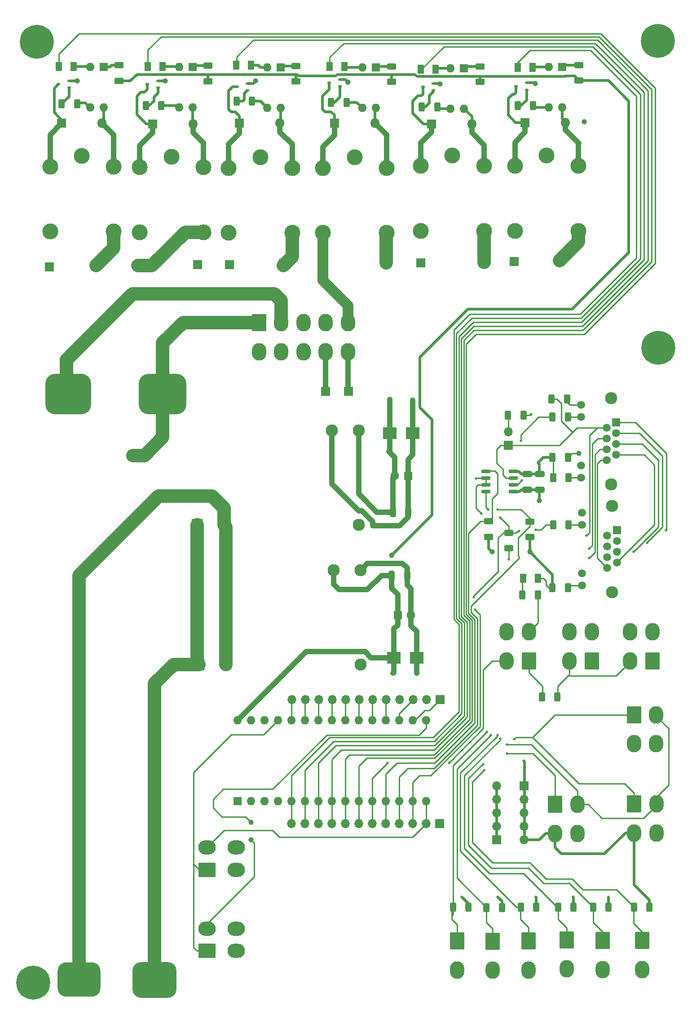
<source format=gtl>
%TF.GenerationSoftware,KiCad,Pcbnew,6.0.5-a6ca702e91~116~ubuntu20.04.1*%
%TF.CreationDate,2022-07-08T00:26:12+03:00*%
%TF.ProjectId,kolos_system_2022,6b6f6c6f-735f-4737-9973-74656d5f3230,rev?*%
%TF.SameCoordinates,Original*%
%TF.FileFunction,Copper,L1,Top*%
%TF.FilePolarity,Positive*%
%FSLAX46Y46*%
G04 Gerber Fmt 4.6, Leading zero omitted, Abs format (unit mm)*
G04 Created by KiCad (PCBNEW 6.0.5-a6ca702e91~116~ubuntu20.04.1) date 2022-07-08 00:26:12*
%MOMM*%
%LPD*%
G01*
G04 APERTURE LIST*
G04 Aperture macros list*
%AMRoundRect*
0 Rectangle with rounded corners*
0 $1 Rounding radius*
0 $2 $3 $4 $5 $6 $7 $8 $9 X,Y pos of 4 corners*
0 Add a 4 corners polygon primitive as box body*
4,1,4,$2,$3,$4,$5,$6,$7,$8,$9,$2,$3,0*
0 Add four circle primitives for the rounded corners*
1,1,$1+$1,$2,$3*
1,1,$1+$1,$4,$5*
1,1,$1+$1,$6,$7*
1,1,$1+$1,$8,$9*
0 Add four rect primitives between the rounded corners*
20,1,$1+$1,$2,$3,$4,$5,0*
20,1,$1+$1,$4,$5,$6,$7,0*
20,1,$1+$1,$6,$7,$8,$9,0*
20,1,$1+$1,$8,$9,$2,$3,0*%
G04 Aperture macros list end*
%TA.AperFunction,ComponentPad*%
%ADD10R,1.700000X1.700000*%
%TD*%
%TA.AperFunction,ComponentPad*%
%ADD11O,1.700000X1.700000*%
%TD*%
%TA.AperFunction,ComponentPad*%
%ADD12R,1.500000X1.500000*%
%TD*%
%TA.AperFunction,ComponentPad*%
%ADD13C,1.500000*%
%TD*%
%TA.AperFunction,ComponentPad*%
%ADD14C,2.300000*%
%TD*%
%TA.AperFunction,ComponentPad*%
%ADD15RoundRect,0.250001X-1.099999X-1.399999X1.099999X-1.399999X1.099999X1.399999X-1.099999X1.399999X0*%
%TD*%
%TA.AperFunction,ComponentPad*%
%ADD16O,2.700000X3.300000*%
%TD*%
%TA.AperFunction,SMDPad,CuDef*%
%ADD17RoundRect,0.250000X0.625000X-0.312500X0.625000X0.312500X-0.625000X0.312500X-0.625000X-0.312500X0*%
%TD*%
%TA.AperFunction,SMDPad,CuDef*%
%ADD18R,2.500000X2.300000*%
%TD*%
%TA.AperFunction,SMDPad,CuDef*%
%ADD19R,0.700000X0.450000*%
%TD*%
%TA.AperFunction,SMDPad,CuDef*%
%ADD20RoundRect,0.250000X-0.375000X-0.625000X0.375000X-0.625000X0.375000X0.625000X-0.375000X0.625000X0*%
%TD*%
%TA.AperFunction,ComponentPad*%
%ADD21R,2.000000X2.300000*%
%TD*%
%TA.AperFunction,SMDPad,CuDef*%
%ADD22RoundRect,0.250000X0.312500X0.625000X-0.312500X0.625000X-0.312500X-0.625000X0.312500X-0.625000X0*%
%TD*%
%TA.AperFunction,SMDPad,CuDef*%
%ADD23RoundRect,0.250000X0.650000X-0.325000X0.650000X0.325000X-0.650000X0.325000X-0.650000X-0.325000X0*%
%TD*%
%TA.AperFunction,SMDPad,CuDef*%
%ADD24RoundRect,0.150000X-0.725000X-0.150000X0.725000X-0.150000X0.725000X0.150000X-0.725000X0.150000X0*%
%TD*%
%TA.AperFunction,ComponentPad*%
%ADD25R,1.600000X1.600000*%
%TD*%
%TA.AperFunction,ComponentPad*%
%ADD26O,1.600000X1.600000*%
%TD*%
%TA.AperFunction,SMDPad,CuDef*%
%ADD27RoundRect,0.250000X-0.325000X-0.650000X0.325000X-0.650000X0.325000X0.650000X-0.325000X0.650000X0*%
%TD*%
%TA.AperFunction,ComponentPad*%
%ADD28RoundRect,0.250001X1.099999X1.399999X-1.099999X1.399999X-1.099999X-1.399999X1.099999X-1.399999X0*%
%TD*%
%TA.AperFunction,ComponentPad*%
%ADD29C,6.400000*%
%TD*%
%TA.AperFunction,SMDPad,CuDef*%
%ADD30RoundRect,0.250000X-0.312500X-0.625000X0.312500X-0.625000X0.312500X0.625000X-0.312500X0.625000X0*%
%TD*%
%TA.AperFunction,ComponentPad*%
%ADD31RoundRect,0.250001X1.399999X-1.099999X1.399999X1.099999X-1.399999X1.099999X-1.399999X-1.099999X0*%
%TD*%
%TA.AperFunction,ComponentPad*%
%ADD32O,3.300000X2.700000*%
%TD*%
%TA.AperFunction,ComponentPad*%
%ADD33R,1.800000X1.800000*%
%TD*%
%TA.AperFunction,ComponentPad*%
%ADD34O,1.800000X1.800000*%
%TD*%
%TA.AperFunction,ComponentPad*%
%ADD35C,3.000000*%
%TD*%
%TA.AperFunction,SMDPad,CuDef*%
%ADD36RoundRect,1.619250X2.413000X1.619250X-2.413000X1.619250X-2.413000X-1.619250X2.413000X-1.619250X0*%
%TD*%
%TA.AperFunction,SMDPad,CuDef*%
%ADD37RoundRect,1.912938X2.420937X1.912937X-2.420937X1.912937X-2.420937X-1.912937X2.420937X-1.912937X0*%
%TD*%
%TA.AperFunction,SMDPad,CuDef*%
%ADD38RoundRect,1.682750X2.476500X1.682750X-2.476500X1.682750X-2.476500X-1.682750X2.476500X-1.682750X0*%
%TD*%
%TA.AperFunction,SMDPad,CuDef*%
%ADD39RoundRect,1.905000X2.603500X1.905000X-2.603500X1.905000X-2.603500X-1.905000X2.603500X-1.905000X0*%
%TD*%
%TA.AperFunction,ComponentPad*%
%ADD40C,1.600000*%
%TD*%
%TA.AperFunction,SMDPad,CuDef*%
%ADD41RoundRect,0.250000X-0.625000X0.312500X-0.625000X-0.312500X0.625000X-0.312500X0.625000X0.312500X0*%
%TD*%
%TA.AperFunction,ViaPad*%
%ADD42C,1.000000*%
%TD*%
%TA.AperFunction,ViaPad*%
%ADD43C,0.504000*%
%TD*%
%TA.AperFunction,ViaPad*%
%ADD44C,2.540000*%
%TD*%
%TA.AperFunction,Conductor*%
%ADD45C,1.000000*%
%TD*%
%TA.AperFunction,Conductor*%
%ADD46C,0.508000*%
%TD*%
%TA.AperFunction,Conductor*%
%ADD47C,0.254000*%
%TD*%
%TA.AperFunction,Conductor*%
%ADD48C,2.540000*%
%TD*%
%TA.AperFunction,Conductor*%
%ADD49C,2.000000*%
%TD*%
G04 APERTURE END LIST*
D10*
%TO.P,Jgnd1,1,Pin_1*%
%TO.N,GND2*%
X128499000Y-191613000D03*
D11*
%TO.P,Jgnd1,2,Pin_2*%
X128499000Y-189073000D03*
%TO.P,Jgnd1,3,Pin_3*%
X128499000Y-186533000D03*
%TO.P,Jgnd1,4,Pin_4*%
X128499000Y-183993000D03*
%TO.P,Jgnd1,5,Pin_5*%
X128499000Y-181453000D03*
%TD*%
D12*
%TO.P,J19,1*%
%TO.N,RS485A*%
X151132000Y-133350000D03*
D13*
%TO.P,J19,2*%
%TO.N,RS485B*%
X149352000Y-134366000D03*
%TO.P,J19,3*%
%TO.N,/L3*%
X151132000Y-135382000D03*
%TO.P,J19,4*%
%TO.N,RS485A*%
X149352000Y-136398000D03*
%TO.P,J19,5*%
%TO.N,RS485B*%
X151132000Y-137414000D03*
%TO.P,J19,6*%
%TO.N,/L6*%
X149352000Y-138430000D03*
%TO.P,J19,7*%
%TO.N,/L7*%
X151132000Y-139446000D03*
%TO.P,J19,8*%
%TO.N,/L8*%
X149352000Y-140462000D03*
%TO.P,J19,9*%
%TO.N,GND2*%
X144532000Y-130050000D03*
%TO.P,J19,10*%
%TO.N,Net-(J19-Pad10)*%
X144532000Y-132340000D03*
%TO.P,J19,11*%
%TO.N,GND2*%
X144532000Y-141480000D03*
%TO.P,J19,12*%
%TO.N,Net-(J19-Pad12)*%
X144532000Y-143770000D03*
D14*
%TO.P,J19,SH*%
%TO.N,N/C*%
X150242000Y-128780000D03*
X150242000Y-145040000D03*
%TD*%
D12*
%TO.P,J18,1*%
%TO.N,RS485A*%
X151003000Y-113030000D03*
D13*
%TO.P,J18,2*%
%TO.N,RS485B*%
X149223000Y-114046000D03*
%TO.P,J18,3*%
%TO.N,/L3*%
X151003000Y-115062000D03*
%TO.P,J18,4*%
%TO.N,RS485A*%
X149223000Y-116078000D03*
%TO.P,J18,5*%
%TO.N,RS485B*%
X151003000Y-117094000D03*
%TO.P,J18,6*%
%TO.N,/L6*%
X149223000Y-118110000D03*
%TO.P,J18,7*%
%TO.N,/L7*%
X151003000Y-119126000D03*
%TO.P,J18,8*%
%TO.N,/L8*%
X149223000Y-120142000D03*
%TO.P,J18,9*%
%TO.N,GND2*%
X144403000Y-109730000D03*
%TO.P,J18,10*%
%TO.N,Net-(J18-Pad10)*%
X144403000Y-112020000D03*
%TO.P,J18,11*%
%TO.N,GND2*%
X144403000Y-121160000D03*
%TO.P,J18,12*%
%TO.N,Net-(J18-Pad12)*%
X144403000Y-123450000D03*
D14*
%TO.P,J18,SH*%
%TO.N,N/C*%
X150113000Y-108460000D03*
X150113000Y-124720000D03*
%TD*%
D10*
%TO.P,J5v1,1,Pin_1*%
%TO.N,5VA*%
X133629000Y-181513000D03*
D11*
%TO.P,J5v1,2,Pin_2*%
X133629000Y-184053000D03*
%TO.P,J5v1,3,Pin_3*%
X133629000Y-186593000D03*
%TO.P,J5v1,4,Pin_4*%
X133629000Y-189133000D03*
%TO.P,J5v1,5,Pin_5*%
X133629000Y-191673000D03*
%TD*%
D10*
%TO.P,J2,1,Pin_1*%
%TO.N,Reset_in*%
X100584000Y-107188000D03*
%TD*%
%TO.P,J1,1,Pin_1*%
%TO.N,Led1_in*%
X96266000Y-107188000D03*
%TD*%
D15*
%TO.P,I2C-3,1,Pin_1*%
%TO.N,SCL*%
X154364000Y-168073000D03*
D16*
%TO.P,I2C-3,2,Pin_2*%
%TO.N,SDA*%
X158564000Y-168073000D03*
%TO.P,I2C-3,3,Pin_3*%
%TO.N,5VA*%
X154364000Y-173573000D03*
%TO.P,I2C-3,4,Pin_4*%
%TO.N,GND2*%
X158564000Y-173573000D03*
%TD*%
D17*
%TO.P,RR1,1*%
%TO.N,+12VA*%
X144018000Y-48579500D03*
%TO.P,RR1,2*%
%TO.N,Net-(RR1-Pad2)*%
X144018000Y-45654500D03*
%TD*%
D10*
%TO.P,SW1,1*%
%TO.N,RS485B*%
X130683000Y-117348000D03*
D11*
%TO.P,SW1,2*%
%TO.N,Net-(R17-Pad1)*%
X130683000Y-114808000D03*
%TD*%
D18*
%TO.P,D1,1,A1*%
%TO.N,+12V*%
X112649000Y-115062000D03*
%TO.P,D1,2,A2*%
%TO.N,GND1*%
X108349000Y-115062000D03*
%TD*%
D10*
%TO.P,rel2-NC1,1,Pin_1*%
%TO.N,Net-(K2-Pad4)*%
X126111000Y-83058000D03*
%TD*%
%TO.P,rel3-NC1,1,Pin_1*%
%TO.N,Net-(K3-Pad4)*%
X107823000Y-82931000D03*
%TD*%
D19*
%TO.P,Q6,1,B*%
%TO.N,Net-(Q6-Pad1)*%
X47863000Y-49926000D03*
%TO.P,Q6,2,E*%
%TO.N,GND1*%
X47863000Y-48626000D03*
%TO.P,Q6,3,C*%
%TO.N,Net-(DR6-Pad1)*%
X45863000Y-49276000D03*
%TD*%
D20*
%TO.P,DRR1,1,K*%
%TO.N,IN1*%
X132455000Y-46101000D03*
%TO.P,DRR1,2,A*%
%TO.N,Net-(DRR1-Pad2)*%
X135255000Y-46101000D03*
%TD*%
D21*
%TO.P,PS2,1,L*%
%TO.N,Net-(FL1-Pad3)*%
X72390000Y-158607500D03*
D14*
%TO.P,PS2,2,N*%
%TO.N,Net-(FL1-Pad1)*%
X77470000Y-158607500D03*
%TO.P,PS2,3,DC+*%
%TO.N,+12VA*%
X97790000Y-140827500D03*
%TO.P,PS2,4,DC-*%
%TO.N,GND2*%
X102870000Y-140827500D03*
%TO.P,PS2,5*%
%TO.N,N/C*%
X102870000Y-158607500D03*
%TD*%
D22*
%TO.P,R16,1*%
%TO.N,GND2*%
X136271000Y-145542000D03*
%TO.P,R16,2*%
%TO.N,Net-(D7-Pad1)*%
X133346000Y-145542000D03*
%TD*%
D20*
%TO.P,D7,1,K*%
%TO.N,Net-(D7-Pad1)*%
X133477000Y-142367000D03*
%TO.P,D7,2,A*%
%TO.N,5VA*%
X136277000Y-142367000D03*
%TD*%
D10*
%TO.P,Ja2,1,Pin_1*%
%TO.N,3V3*%
X117856000Y-165227000D03*
D11*
%TO.P,Ja2,2,Pin_2*%
%TO.N,5VA*%
X115316000Y-165227000D03*
%TO.P,Ja2,3,Pin_3*%
%TO.N,AREF*%
X112776000Y-165227000D03*
%TO.P,Ja2,4,Pin_4*%
%TO.N,RESET*%
X110236000Y-165227000D03*
%TO.P,Ja2,5,Pin_5*%
%TO.N,AIN1*%
X107696000Y-165227000D03*
%TO.P,Ja2,6,Pin_6*%
%TO.N,AIN2*%
X105156000Y-165227000D03*
%TO.P,Ja2,7,Pin_7*%
%TO.N,AIN3*%
X102616000Y-165227000D03*
%TO.P,Ja2,8,Pin_8*%
%TO.N,AIN4*%
X100076000Y-165227000D03*
%TO.P,Ja2,9,Pin_9*%
%TO.N,SDA*%
X97536000Y-165227000D03*
%TO.P,Ja2,10,Pin_10*%
%TO.N,SCL*%
X94996000Y-165227000D03*
%TO.P,Ja2,11,Pin_11*%
%TO.N,AIN5*%
X92456000Y-165227000D03*
%TO.P,Ja2,12,Pin_12*%
%TO.N,AIN6*%
X89916000Y-165227000D03*
%TD*%
D17*
%TO.P,RR5,1*%
%TO.N,+12VA*%
X74041000Y-48706500D03*
%TO.P,RR5,2*%
%TO.N,Net-(RR5-Pad2)*%
X74041000Y-45781500D03*
%TD*%
D20*
%TO.P,DRR5,1,K*%
%TO.N,IN5*%
X62732000Y-45974000D03*
%TO.P,DRR5,2,A*%
%TO.N,Net-(DRR5-Pad2)*%
X65532000Y-45974000D03*
%TD*%
D23*
%TO.P,C5,1*%
%TO.N,GND2*%
X136652000Y-125681000D03*
%TO.P,C5,2*%
%TO.N,5VA*%
X136652000Y-122731000D03*
%TD*%
D24*
%TO.P,UMAX1,1,RO*%
%TO.N,RX*%
X126457000Y-122223000D03*
%TO.P,UMAX1,2,~{RE}*%
%TO.N,T{slash}R*%
X126457000Y-123493000D03*
%TO.P,UMAX1,3,DE*%
X126457000Y-124763000D03*
%TO.P,UMAX1,4,DI*%
%TO.N,TX*%
X126457000Y-126033000D03*
%TO.P,UMAX1,5,GND*%
%TO.N,GND2*%
X131607000Y-126033000D03*
%TO.P,UMAX1,6,A*%
%TO.N,RS485A*%
X131607000Y-124763000D03*
%TO.P,UMAX1,7,B*%
%TO.N,RS485B*%
X131607000Y-123493000D03*
%TO.P,UMAX1,8,VCC*%
%TO.N,5VA*%
X131607000Y-122223000D03*
%TD*%
D25*
%TO.P,U1,1*%
%TO.N,Net-(RR1-Pad2)*%
X140848000Y-45984000D03*
D26*
%TO.P,U1,2*%
%TO.N,Net-(DRR1-Pad2)*%
X138308000Y-45984000D03*
%TO.P,U1,3*%
%TO.N,Net-(RRR1-Pad1)*%
X138308000Y-53604000D03*
%TO.P,U1,4*%
%TO.N,+12V*%
X140848000Y-53604000D03*
%TD*%
D27*
%TO.P,C3,1*%
%TO.N,+12VA*%
X108683000Y-141859000D03*
%TO.P,C3,2*%
%TO.N,GND2*%
X111633000Y-141859000D03*
%TD*%
D19*
%TO.P,Q2,1,B*%
%TO.N,Net-(Q2-Pad1)*%
X116570000Y-50434000D03*
%TO.P,Q2,2,E*%
%TO.N,GND1*%
X116570000Y-49134000D03*
%TO.P,Q2,3,C*%
%TO.N,Net-(DR2-Pad1)*%
X114570000Y-49784000D03*
%TD*%
D15*
%TO.P,AIN_6,1,Pin_1*%
%TO.N,AIN6*%
X155913000Y-210582000D03*
D16*
%TO.P,AIN_6,2,Pin_2*%
%TO.N,GND2*%
X155913000Y-216082000D03*
%TD*%
D28*
%TO.P,1WIRE2,1,Pin_1*%
%TO.N,5VA*%
X146440000Y-157988000D03*
D16*
%TO.P,1WIRE2,2,Pin_2*%
%TO.N,1WIRE_DATA*%
X142240000Y-157988000D03*
%TO.P,1WIRE2,3,Pin_3*%
%TO.N,GND2*%
X146440000Y-152488000D03*
%TO.P,1WIRE2,4*%
%TO.N,N/C*%
X142240000Y-152488000D03*
%TD*%
D20*
%TO.P,DRR3,1,K*%
%TO.N,IN3*%
X97022000Y-45974000D03*
%TO.P,DRR3,2,A*%
%TO.N,Net-(DRR3-Pad2)*%
X99822000Y-45974000D03*
%TD*%
D29*
%TO.P,H4,1*%
%TO.N,N/C*%
X158877000Y-41148000D03*
%TD*%
D15*
%TO.P,AIN_3,1,Pin_1*%
%TO.N,AIN3*%
X134493000Y-210709000D03*
D16*
%TO.P,AIN_3,2,Pin_2*%
%TO.N,GND2*%
X134493000Y-216209000D03*
%TD*%
D10*
%TO.P,rel1-NC1,1,Pin_1*%
%TO.N,Net-(K1-Pad4)*%
X140335000Y-82550000D03*
%TD*%
D30*
%TO.P,RAIN3,1*%
%TO.N,AIN3*%
X133030500Y-204359000D03*
%TO.P,RAIN3,2*%
%TO.N,5VA*%
X135955500Y-204359000D03*
%TD*%
D10*
%TO.P,rel6-NC1,1,Pin_1*%
%TO.N,Net-(K6-Pad4)*%
X52832000Y-83566000D03*
%TD*%
D25*
%TO.P,A1,1,D1/TX*%
%TO.N,unconnected-(A1-Pad1)*%
X79629000Y-184394000D03*
D26*
%TO.P,A1,2,D0/RX*%
%TO.N,unconnected-(A1-Pad2)*%
X82169000Y-184394000D03*
%TO.P,A1,3,~{RESET}*%
%TO.N,unconnected-(A1-Pad3)*%
X84709000Y-184394000D03*
%TO.P,A1,4,GND*%
%TO.N,GND2*%
X87249000Y-184394000D03*
%TO.P,A1,5,D2*%
%TO.N,IN1*%
X89789000Y-184394000D03*
%TO.P,A1,6,D3*%
%TO.N,IN2*%
X92329000Y-184394000D03*
%TO.P,A1,7,D4*%
%TO.N,IN3*%
X94869000Y-184394000D03*
%TO.P,A1,8,D5*%
%TO.N,IN4*%
X97409000Y-184394000D03*
%TO.P,A1,9,D6*%
%TO.N,IN5*%
X99949000Y-184394000D03*
%TO.P,A1,10,D7*%
%TO.N,IN6*%
X102489000Y-184394000D03*
%TO.P,A1,11,D8*%
%TO.N,1WIRE_DATA*%
X105029000Y-184394000D03*
%TO.P,A1,12,D9*%
%TO.N,RX*%
X107569000Y-184394000D03*
%TO.P,A1,13,D10*%
%TO.N,TX*%
X110109000Y-184394000D03*
%TO.P,A1,14,D11*%
%TO.N,T{slash}R*%
X112649000Y-184394000D03*
%TO.P,A1,15,D12*%
%TO.N,DHT1*%
X115189000Y-184394000D03*
%TO.P,A1,16,D13*%
%TO.N,DHT2*%
X115189000Y-169154000D03*
%TO.P,A1,17,3V3*%
%TO.N,3V3*%
X112649000Y-169154000D03*
%TO.P,A1,18,AREF*%
%TO.N,AREF*%
X110109000Y-169154000D03*
%TO.P,A1,19,A0*%
%TO.N,AIN1*%
X107569000Y-169154000D03*
%TO.P,A1,20,A1*%
%TO.N,AIN2*%
X105029000Y-169154000D03*
%TO.P,A1,21,A2*%
%TO.N,AIN3*%
X102489000Y-169154000D03*
%TO.P,A1,22,A3*%
%TO.N,AIN4*%
X99949000Y-169154000D03*
%TO.P,A1,23,A4*%
%TO.N,SDA*%
X97409000Y-169154000D03*
%TO.P,A1,24,A5*%
%TO.N,SCL*%
X94869000Y-169154000D03*
%TO.P,A1,25,A6*%
%TO.N,AIN5*%
X92329000Y-169154000D03*
%TO.P,A1,26,A7*%
%TO.N,AIN6*%
X89789000Y-169154000D03*
%TO.P,A1,27,+5V*%
%TO.N,5VA*%
X87249000Y-169154000D03*
%TO.P,A1,28,~{RESET}*%
%TO.N,RESET*%
X84709000Y-169154000D03*
%TO.P,A1,29,GND*%
%TO.N,GND2*%
X82169000Y-169154000D03*
%TO.P,A1,30,VIN*%
%TO.N,+12VA*%
X79629000Y-169154000D03*
%TD*%
D15*
%TO.P,AIN_1,1,Pin_1*%
%TO.N,AIN1*%
X121031000Y-210709000D03*
D16*
%TO.P,AIN_1,2,Pin_2*%
%TO.N,GND2*%
X121031000Y-216209000D03*
%TD*%
D30*
%TO.P,R5,1*%
%TO.N,T{slash}R*%
X139126500Y-132334000D03*
%TO.P,R5,2*%
%TO.N,Net-(J19-Pad10)*%
X142051500Y-132334000D03*
%TD*%
D19*
%TO.P,Q3,1,B*%
%TO.N,Net-(Q3-Pad1)*%
X98917000Y-49672000D03*
%TO.P,Q3,2,E*%
%TO.N,GND1*%
X98917000Y-48372000D03*
%TO.P,Q3,3,C*%
%TO.N,Net-(DR3-Pad1)*%
X96917000Y-49022000D03*
%TD*%
D22*
%TO.P,R18,1*%
%TO.N,GND2*%
X141736000Y-108585000D03*
%TO.P,R18,2*%
%TO.N,RS485B*%
X138811000Y-108585000D03*
%TD*%
D31*
%TO.P,DHT_2,1,Pin_1*%
%TO.N,5VA*%
X73914000Y-212598000D03*
D32*
%TO.P,DHT_2,2,Pin_2*%
%TO.N,DHT2*%
X73914000Y-208398000D03*
%TO.P,DHT_2,3,Pin_3*%
%TO.N,GND2*%
X79414000Y-212598000D03*
%TO.P,DHT_2,4*%
%TO.N,N/C*%
X79414000Y-208398000D03*
%TD*%
D20*
%TO.P,DRR2,1,K*%
%TO.N,IN2*%
X114167000Y-46482000D03*
%TO.P,DRR2,2,A*%
%TO.N,Net-(DRR2-Pad2)*%
X116967000Y-46482000D03*
%TD*%
D25*
%TO.P,U6,1*%
%TO.N,Net-(RR6-Pad2)*%
X54361000Y-45984000D03*
D26*
%TO.P,U6,2*%
%TO.N,Net-(DRR6-Pad2)*%
X51821000Y-45984000D03*
%TO.P,U6,3*%
%TO.N,Net-(RRR6-Pad1)*%
X51821000Y-53604000D03*
%TO.P,U6,4*%
%TO.N,+12V*%
X54361000Y-53604000D03*
%TD*%
D28*
%TO.P,1WIRE1,1,Pin_1*%
%TO.N,5VA*%
X134570000Y-157988000D03*
D16*
%TO.P,1WIRE1,2,Pin_2*%
%TO.N,1WIRE_DATA*%
X130370000Y-157988000D03*
%TO.P,1WIRE1,3,Pin_3*%
%TO.N,GND2*%
X134570000Y-152488000D03*
%TO.P,1WIRE1,4*%
%TO.N,N/C*%
X130370000Y-152488000D03*
%TD*%
D10*
%TO.P,rel4-NC1,1,Pin_1*%
%TO.N,Net-(K4-Pad4)*%
X88265000Y-83058000D03*
%TD*%
D30*
%TO.P,R4,1*%
%TO.N,5VA*%
X139126500Y-123444000D03*
%TO.P,R4,2*%
%TO.N,Net-(J18-Pad12)*%
X142051500Y-123444000D03*
%TD*%
D10*
%TO.P,rel2-NO1,1,Pin_1*%
%TO.N, Ch2_Output*%
X114173000Y-82931000D03*
%TD*%
D15*
%TO.P,J29,1,Pin_1*%
%TO.N,LINE*%
X83666000Y-94195000D03*
D16*
%TO.P,J29,2,Pin_2*%
%TO.N,NEUT*%
X87866000Y-94195000D03*
%TO.P,J29,3,Pin_3*%
%TO.N, Ch1_Output*%
X92066000Y-94195000D03*
%TO.P,J29,4,Pin_4*%
%TO.N, Ch2_Output*%
X96266000Y-94195000D03*
%TO.P,J29,5,Pin_5*%
%TO.N, Ch3_Output*%
X100466000Y-94195000D03*
%TO.P,J29,6,Pin_6*%
%TO.N, Ch4_Output*%
X83666000Y-99695000D03*
%TO.P,J29,7,Pin_7*%
%TO.N, Ch5_Output*%
X87866000Y-99695000D03*
%TO.P,J29,8,Pin_8*%
%TO.N, Ch6_Output*%
X92066000Y-99695000D03*
%TO.P,J29,9,Pin_9*%
%TO.N,Led1_in*%
X96266000Y-99695000D03*
%TO.P,J29,10,Pin_10*%
%TO.N,Reset_in*%
X100466000Y-99695000D03*
%TD*%
D30*
%TO.P,R17,1*%
%TO.N,Net-(R17-Pad1)*%
X130617500Y-111633000D03*
%TO.P,R17,2*%
%TO.N,RS485A*%
X133542500Y-111633000D03*
%TD*%
%TO.P,R3,1*%
%TO.N,T{slash}R*%
X138999500Y-112014000D03*
%TO.P,R3,2*%
%TO.N,Net-(J18-Pad10)*%
X141924500Y-112014000D03*
%TD*%
D15*
%TO.P,AIN_5,1,Pin_1*%
%TO.N,AIN5*%
X148463000Y-210582000D03*
D16*
%TO.P,AIN_5,2,Pin_2*%
%TO.N,GND2*%
X148463000Y-216082000D03*
%TD*%
D17*
%TO.P,RR3,1*%
%TO.N,+12VA*%
X108712000Y-48833500D03*
%TO.P,RR3,2*%
%TO.N,Net-(RR3-Pad2)*%
X108712000Y-45908500D03*
%TD*%
D20*
%TO.P,DRR4,1,K*%
%TO.N,IN4*%
X79372000Y-45720000D03*
%TO.P,DRR4,2,A*%
%TO.N,Net-(DRR4-Pad2)*%
X82172000Y-45720000D03*
%TD*%
D33*
%TO.P,DR1,1,K*%
%TO.N,Net-(DR1-Pad1)*%
X133858000Y-56515000D03*
D34*
%TO.P,DR1,2,A*%
%TO.N,+12V*%
X141478000Y-56515000D03*
%TD*%
D10*
%TO.P,rel5-NC1,1,Pin_1*%
%TO.N,Net-(K5-Pad4)*%
X60833000Y-83439000D03*
%TD*%
D29*
%TO.P,H1,1*%
%TO.N,N/C*%
X159004000Y-98933000D03*
%TD*%
D35*
%TO.P,K2,1*%
%TO.N,Net-(DR2-Pad1)*%
X114142000Y-64689000D03*
%TO.P,K2,2*%
%TO.N,LINE*%
X120142000Y-62689000D03*
%TO.P,K2,3*%
%TO.N, Ch2_Output*%
X114142000Y-76889000D03*
%TO.P,K2,4*%
%TO.N,Net-(K2-Pad4)*%
X126142000Y-76889000D03*
%TO.P,K2,5*%
%TO.N,+12V*%
X126142000Y-64689000D03*
%TD*%
D36*
%TO.P,FL1,1,1*%
%TO.N,Net-(FL1-Pad1)*%
X49784000Y-218005438D03*
D37*
%TO.P,FL1,2,2*%
%TO.N,NEUT*%
X47752000Y-107642438D03*
D38*
%TO.P,FL1,3,3*%
%TO.N,Net-(FL1-Pad3)*%
X64008000Y-218068938D03*
D39*
%TO.P,FL1,4,4*%
%TO.N,LINE*%
X65532000Y-107642438D03*
%TD*%
D33*
%TO.P,DR6,1,K*%
%TO.N,Net-(DR6-Pad1)*%
X46482000Y-56642000D03*
D34*
%TO.P,DR6,2,A*%
%TO.N,+12V*%
X54102000Y-56642000D03*
%TD*%
D17*
%TO.P,R7,1*%
%TO.N,5VA*%
X127000000Y-134558500D03*
%TO.P,R7,2*%
%TO.N,RX*%
X127000000Y-131633500D03*
%TD*%
D25*
%TO.P,U5,1*%
%TO.N,Net-(RR5-Pad2)*%
X71125000Y-45984000D03*
D26*
%TO.P,U5,2*%
%TO.N,Net-(DRR5-Pad2)*%
X68585000Y-45984000D03*
%TO.P,U5,3*%
%TO.N,Net-(RRR5-Pad1)*%
X68585000Y-53604000D03*
%TO.P,U5,4*%
%TO.N,+12V*%
X71125000Y-53604000D03*
%TD*%
D21*
%TO.P,PS1,1,L*%
%TO.N,Net-(FL1-Pad3)*%
X72009000Y-132318500D03*
D14*
%TO.P,PS1,2,N*%
%TO.N,Net-(FL1-Pad1)*%
X77089000Y-132318500D03*
%TO.P,PS1,3,DC+*%
%TO.N,+12V*%
X97409000Y-114538500D03*
%TO.P,PS1,4,DC-*%
%TO.N,GND1*%
X102489000Y-114538500D03*
%TO.P,PS1,5*%
%TO.N,N/C*%
X102489000Y-132318500D03*
%TD*%
D27*
%TO.P,C1,1*%
%TO.N,GND1*%
X108888000Y-129921000D03*
%TO.P,C1,2*%
%TO.N,+12V*%
X111838000Y-129921000D03*
%TD*%
D28*
%TO.P,1WIRE3,1,Pin_1*%
%TO.N,5VA*%
X157870000Y-157988000D03*
D16*
%TO.P,1WIRE3,2,Pin_2*%
%TO.N,1WIRE_DATA*%
X153670000Y-157988000D03*
%TO.P,1WIRE3,3,Pin_3*%
%TO.N,GND2*%
X157870000Y-152488000D03*
%TO.P,1WIRE3,4*%
%TO.N,N/C*%
X153670000Y-152488000D03*
%TD*%
D22*
%TO.P,RRR4,1*%
%TO.N,Net-(RRR4-Pad1)*%
X82361500Y-52451000D03*
%TO.P,RRR4,2*%
%TO.N,Net-(Q4-Pad1)*%
X79436500Y-52451000D03*
%TD*%
D35*
%TO.P,K4,1*%
%TO.N,Net-(DR4-Pad1)*%
X77947000Y-65070000D03*
%TO.P,K4,2*%
%TO.N,LINE*%
X83947000Y-63070000D03*
%TO.P,K4,3*%
%TO.N, Ch4_Output*%
X77947000Y-77270000D03*
%TO.P,K4,4*%
%TO.N,Net-(K4-Pad4)*%
X89947000Y-77270000D03*
%TO.P,K4,5*%
%TO.N,+12V*%
X89947000Y-65070000D03*
%TD*%
D25*
%TO.P,C4,1*%
%TO.N,+12VA*%
X109845349Y-149352000D03*
D40*
%TO.P,C4,2*%
%TO.N,GND2*%
X112345349Y-149352000D03*
%TD*%
D30*
%TO.P,RAIN2,1*%
%TO.N,AIN2*%
X126553500Y-204395000D03*
%TO.P,RAIN2,2*%
%TO.N,5VA*%
X129478500Y-204395000D03*
%TD*%
%TO.P,RAIN1,1*%
%TO.N,AIN1*%
X120265000Y-204343000D03*
%TO.P,RAIN1,2*%
%TO.N,5VA*%
X123190000Y-204343000D03*
%TD*%
D22*
%TO.P,RRR6,1*%
%TO.N,Net-(RRR6-Pad1)*%
X49403000Y-52959000D03*
%TO.P,RRR6,2*%
%TO.N,Net-(Q6-Pad1)*%
X46478000Y-52959000D03*
%TD*%
D25*
%TO.P,U4,1*%
%TO.N,Net-(RR4-Pad2)*%
X87762000Y-46111000D03*
D26*
%TO.P,U4,2*%
%TO.N,Net-(DRR4-Pad2)*%
X85222000Y-46111000D03*
%TO.P,U4,3*%
%TO.N,Net-(RRR4-Pad1)*%
X85222000Y-53731000D03*
%TO.P,U4,4*%
%TO.N,+12V*%
X87762000Y-53731000D03*
%TD*%
D15*
%TO.P,AIN_4,1,Pin_1*%
%TO.N,AIN4*%
X141732000Y-210491000D03*
D16*
%TO.P,AIN_4,2,Pin_2*%
%TO.N,GND2*%
X141732000Y-215991000D03*
%TD*%
D35*
%TO.P,K1,1*%
%TO.N,Net-(DR1-Pad1)*%
X131922000Y-64689000D03*
%TO.P,K1,2*%
%TO.N,LINE*%
X137922000Y-62689000D03*
%TO.P,K1,3*%
%TO.N, Ch1_Output*%
X131922000Y-76889000D03*
%TO.P,K1,4*%
%TO.N,Net-(K1-Pad4)*%
X143922000Y-76889000D03*
%TO.P,K1,5*%
%TO.N,+12V*%
X143922000Y-64689000D03*
%TD*%
D10*
%TO.P,rel6-NO1,1,Pin_1*%
%TO.N, Ch6_Output*%
X44196000Y-83693000D03*
%TD*%
D33*
%TO.P,DR4,1,K*%
%TO.N,Net-(DR4-Pad1)*%
X80010000Y-56642000D03*
D34*
%TO.P,DR4,2,A*%
%TO.N,+12V*%
X87630000Y-56642000D03*
%TD*%
D17*
%TO.P,R11,1*%
%TO.N,5VA*%
X134747000Y-134624000D03*
%TO.P,R11,2*%
%TO.N,TX*%
X134747000Y-131699000D03*
%TD*%
D19*
%TO.P,Q5,1,B*%
%TO.N,Net-(Q5-Pad1)*%
X64627000Y-49926000D03*
%TO.P,Q5,2,E*%
%TO.N,GND1*%
X64627000Y-48626000D03*
%TO.P,Q5,3,C*%
%TO.N,Net-(DR5-Pad1)*%
X62627000Y-49276000D03*
%TD*%
D30*
%TO.P,R1WIRE1,1*%
%TO.N,5VA*%
X137029000Y-164719000D03*
%TO.P,R1WIRE1,2*%
%TO.N,1WIRE_DATA*%
X139954000Y-164719000D03*
%TD*%
D10*
%TO.P,rel1-NO1,1,Pin_1*%
%TO.N, Ch1_Output*%
X131826000Y-82677000D03*
%TD*%
D22*
%TO.P,RRR1,1*%
%TO.N,Net-(RRR1-Pad1)*%
X135382000Y-53340000D03*
%TO.P,RRR1,2*%
%TO.N,Net-(Q1-Pad1)*%
X132457000Y-53340000D03*
%TD*%
%TO.P,R19,1*%
%TO.N,RS485A*%
X141924500Y-119634000D03*
%TO.P,R19,2*%
%TO.N,5VA*%
X138999500Y-119634000D03*
%TD*%
D15*
%TO.P,AIN_2,1,Pin_1*%
%TO.N,AIN2*%
X127762000Y-210745000D03*
D16*
%TO.P,AIN_2,2,Pin_2*%
%TO.N,GND2*%
X127762000Y-216245000D03*
%TD*%
D22*
%TO.P,RRR3,1*%
%TO.N,Net-(RRR3-Pad1)*%
X100203000Y-52705000D03*
%TO.P,RRR3,2*%
%TO.N,Net-(Q3-Pad1)*%
X97278000Y-52705000D03*
%TD*%
D18*
%TO.P,D2,1,A1*%
%TO.N,+12VA*%
X109102000Y-157353000D03*
%TO.P,D2,2,A2*%
%TO.N,GND2*%
X113402000Y-157353000D03*
%TD*%
D30*
%TO.P,RAIN5,1*%
%TO.N,AIN5*%
X146681000Y-204343000D03*
%TO.P,RAIN5,2*%
%TO.N,5VA*%
X149606000Y-204343000D03*
%TD*%
D15*
%TO.P,I2C-2,1,Pin_1*%
%TO.N,SCL*%
X154423000Y-184912000D03*
D16*
%TO.P,I2C-2,2,Pin_2*%
%TO.N,SDA*%
X158623000Y-184912000D03*
%TO.P,I2C-2,3,Pin_3*%
%TO.N,5VA*%
X154423000Y-190412000D03*
%TO.P,I2C-2,4,Pin_4*%
%TO.N,GND2*%
X158623000Y-190412000D03*
%TD*%
D41*
%TO.P,R12,1*%
%TO.N,T{slash}R*%
X130810000Y-133792500D03*
%TO.P,R12,2*%
%TO.N,GND2*%
X130810000Y-136717500D03*
%TD*%
D29*
%TO.P,H3,1*%
%TO.N,N/C*%
X41148000Y-218567000D03*
%TD*%
D33*
%TO.P,DR3,1,K*%
%TO.N,Net-(DR3-Pad1)*%
X97917000Y-56642000D03*
D34*
%TO.P,DR3,2,A*%
%TO.N,+12V*%
X105537000Y-56642000D03*
%TD*%
D10*
%TO.P,Ja1,1,Pin_1*%
%TO.N,DHT2*%
X117729000Y-188595000D03*
D11*
%TO.P,Ja1,2,Pin_2*%
%TO.N,DHT1*%
X115189000Y-188595000D03*
%TO.P,Ja1,3,Pin_3*%
%TO.N,T{slash}R*%
X112649000Y-188595000D03*
%TO.P,Ja1,4,Pin_4*%
%TO.N,TX*%
X110109000Y-188595000D03*
%TO.P,Ja1,5,Pin_5*%
%TO.N,RX*%
X107569000Y-188595000D03*
%TO.P,Ja1,6,Pin_6*%
%TO.N,1WIRE_DATA*%
X105029000Y-188595000D03*
%TO.P,Ja1,7,Pin_7*%
%TO.N,IN6*%
X102489000Y-188595000D03*
%TO.P,Ja1,8,Pin_8*%
%TO.N,IN5*%
X99949000Y-188595000D03*
%TO.P,Ja1,9,Pin_9*%
%TO.N,IN4*%
X97409000Y-188595000D03*
%TO.P,Ja1,10,Pin_10*%
%TO.N,IN3*%
X94869000Y-188595000D03*
%TO.P,Ja1,11,Pin_11*%
%TO.N,IN2*%
X92329000Y-188595000D03*
%TO.P,Ja1,12,Pin_12*%
%TO.N,IN1*%
X89789000Y-188595000D03*
%TD*%
D22*
%TO.P,RRR2,1*%
%TO.N,Net-(RRR2-Pad1)*%
X117286500Y-53594000D03*
%TO.P,RRR2,2*%
%TO.N,Net-(Q2-Pad1)*%
X114361500Y-53594000D03*
%TD*%
D17*
%TO.P,RR6,1*%
%TO.N,+12VA*%
X57277000Y-48645000D03*
%TO.P,RR6,2*%
%TO.N,Net-(RR6-Pad2)*%
X57277000Y-45720000D03*
%TD*%
D25*
%TO.P,U2,1*%
%TO.N,Net-(RR2-Pad2)*%
X122306000Y-46238000D03*
D26*
%TO.P,U2,2*%
%TO.N,Net-(DRR2-Pad2)*%
X119766000Y-46238000D03*
%TO.P,U2,3*%
%TO.N,Net-(RRR2-Pad1)*%
X119766000Y-53858000D03*
%TO.P,U2,4*%
%TO.N,+12V*%
X122306000Y-53858000D03*
%TD*%
D30*
%TO.P,RAIN4,1*%
%TO.N,AIN4*%
X140077000Y-204343000D03*
%TO.P,RAIN4,2*%
%TO.N,5VA*%
X143002000Y-204343000D03*
%TD*%
D31*
%TO.P,DHT_1,1,Pin_1*%
%TO.N,5VA*%
X73839000Y-197299000D03*
D32*
%TO.P,DHT_1,2,Pin_2*%
%TO.N,DHT1*%
X73839000Y-193099000D03*
%TO.P,DHT_1,3,Pin_3*%
%TO.N,GND2*%
X79339000Y-197299000D03*
%TO.P,DHT_1,4*%
%TO.N,N/C*%
X79339000Y-193099000D03*
%TD*%
D10*
%TO.P,rel3-NO1,1,Pin_1*%
%TO.N, Ch3_Output*%
X95631000Y-82931000D03*
%TD*%
D33*
%TO.P,DR2,1,K*%
%TO.N,Net-(DR2-Pad1)*%
X116205000Y-56769000D03*
D34*
%TO.P,DR2,2,A*%
%TO.N,+12V*%
X123825000Y-56769000D03*
%TD*%
D30*
%TO.P,RAIN6,1*%
%TO.N,AIN6*%
X154366500Y-204343000D03*
%TO.P,RAIN6,2*%
%TO.N,5VA*%
X157291500Y-204343000D03*
%TD*%
D20*
%TO.P,DRR6,1,K*%
%TO.N,IN6*%
X45968000Y-45974000D03*
%TO.P,DRR6,2,A*%
%TO.N,Net-(DRR6-Pad2)*%
X48768000Y-45974000D03*
%TD*%
D22*
%TO.P,RRR5,1*%
%TO.N,Net-(RRR5-Pad1)*%
X65278000Y-53340000D03*
%TO.P,RRR5,2*%
%TO.N,Net-(Q5-Pad1)*%
X62353000Y-53340000D03*
%TD*%
D19*
%TO.P,Q1,1,B*%
%TO.N,Net-(Q1-Pad1)*%
X134157500Y-50307000D03*
%TO.P,Q1,2,E*%
%TO.N,GND1*%
X134157500Y-49007000D03*
%TO.P,Q1,3,C*%
%TO.N,Net-(DR1-Pad1)*%
X132157500Y-49657000D03*
%TD*%
D33*
%TO.P,DR5,1,K*%
%TO.N,Net-(DR5-Pad1)*%
X63627000Y-56769000D03*
D34*
%TO.P,DR5,2,A*%
%TO.N,+12V*%
X71247000Y-56769000D03*
%TD*%
D10*
%TO.P,rel4-NO1,1,Pin_1*%
%TO.N, Ch4_Output*%
X78105000Y-83312000D03*
%TD*%
D25*
%TO.P,U3,1*%
%TO.N,Net-(RR3-Pad2)*%
X105669000Y-46111000D03*
D26*
%TO.P,U3,2*%
%TO.N,Net-(DRR3-Pad2)*%
X103129000Y-46111000D03*
%TO.P,U3,3*%
%TO.N,Net-(RRR3-Pad1)*%
X103129000Y-53731000D03*
%TO.P,U3,4*%
%TO.N,+12V*%
X105669000Y-53731000D03*
%TD*%
D10*
%TO.P,rel5-NO1,1,Pin_1*%
%TO.N, Ch5_Output*%
X72136000Y-83312000D03*
%TD*%
D23*
%TO.P,C6,1*%
%TO.N,GND2*%
X134239000Y-125681000D03*
%TO.P,C6,2*%
%TO.N,5VA*%
X134239000Y-122731000D03*
%TD*%
D29*
%TO.P,H2,1*%
%TO.N,N/C*%
X41783000Y-41275000D03*
%TD*%
D15*
%TO.P,I2C-1,1,Pin_1*%
%TO.N,SCL*%
X139505000Y-184964000D03*
D16*
%TO.P,I2C-1,2,Pin_2*%
%TO.N,SDA*%
X143705000Y-184964000D03*
%TO.P,I2C-1,3,Pin_3*%
%TO.N,5VA*%
X139505000Y-190464000D03*
%TO.P,I2C-1,4,Pin_4*%
%TO.N,GND2*%
X143705000Y-190464000D03*
%TD*%
D19*
%TO.P,Q4,1,B*%
%TO.N,Net-(Q4-Pad1)*%
X81518000Y-50434000D03*
%TO.P,Q4,2,E*%
%TO.N,GND1*%
X81518000Y-49134000D03*
%TO.P,Q4,3,C*%
%TO.N,Net-(DR4-Pad1)*%
X79518000Y-49784000D03*
%TD*%
D35*
%TO.P,K5,1*%
%TO.N,Net-(DR5-Pad1)*%
X61183000Y-64943000D03*
%TO.P,K5,2*%
%TO.N,LINE*%
X67183000Y-62943000D03*
%TO.P,K5,3*%
%TO.N, Ch5_Output*%
X61183000Y-77143000D03*
%TO.P,K5,4*%
%TO.N,Net-(K5-Pad4)*%
X73183000Y-77143000D03*
%TO.P,K5,5*%
%TO.N,+12V*%
X73183000Y-64943000D03*
%TD*%
D17*
%TO.P,RR2,1*%
%TO.N,+12VA*%
X125349000Y-48833500D03*
%TO.P,RR2,2*%
%TO.N,Net-(RR2-Pad2)*%
X125349000Y-45908500D03*
%TD*%
D35*
%TO.P,K6,1*%
%TO.N,Net-(DR6-Pad1)*%
X44292000Y-64816000D03*
%TO.P,K6,2*%
%TO.N,LINE*%
X50292000Y-62816000D03*
%TO.P,K6,3*%
%TO.N, Ch6_Output*%
X44292000Y-77016000D03*
%TO.P,K6,4*%
%TO.N,Net-(K6-Pad4)*%
X56292000Y-77016000D03*
%TO.P,K6,5*%
%TO.N,+12V*%
X56292000Y-64816000D03*
%TD*%
%TO.P,K3,1*%
%TO.N,Net-(DR3-Pad1)*%
X95727000Y-65070000D03*
%TO.P,K3,2*%
%TO.N,LINE*%
X101727000Y-63070000D03*
%TO.P,K3,3*%
%TO.N, Ch3_Output*%
X95727000Y-77270000D03*
%TO.P,K3,4*%
%TO.N,Net-(K3-Pad4)*%
X107727000Y-77270000D03*
%TO.P,K3,5*%
%TO.N,+12V*%
X107727000Y-65070000D03*
%TD*%
D25*
%TO.P,C2,1*%
%TO.N,+12V*%
X111769651Y-123063000D03*
D40*
%TO.P,C2,2*%
%TO.N,GND1*%
X109269651Y-123063000D03*
%TD*%
D30*
%TO.P,R6,1*%
%TO.N,5VA*%
X138999500Y-144145000D03*
%TO.P,R6,2*%
%TO.N,Net-(J19-Pad12)*%
X141924500Y-144145000D03*
%TD*%
D17*
%TO.P,RR4,1*%
%TO.N,+12VA*%
X90678000Y-48772000D03*
%TO.P,RR4,2*%
%TO.N,Net-(RR4-Pad2)*%
X90678000Y-45847000D03*
%TD*%
D42*
%TO.N,5VA*%
X127635000Y-137414000D03*
X134747000Y-137414000D03*
D43*
X149606000Y-202438000D03*
X133604000Y-176784000D03*
X136271000Y-120650000D03*
X135890000Y-202438000D03*
X155448000Y-201168000D03*
X142875000Y-202438000D03*
X121920000Y-202438000D03*
X128651000Y-202438000D03*
%TO.N,1WIRE_DATA*%
X119507000Y-177165000D03*
X107950000Y-177165000D03*
D42*
%TO.N,GND2*%
X113411000Y-160274000D03*
D43*
X130810000Y-138811000D03*
D42*
X136525000Y-127762000D03*
%TO.N,+12VA*%
X108966000Y-160274000D03*
X108712000Y-138049000D03*
D43*
%TO.N,AIN1*%
X126619000Y-171323000D03*
%TO.N,AIN2*%
X127381000Y-171958000D03*
%TO.N,AIN3*%
X128651000Y-171958000D03*
%TO.N,AIN4*%
X129159000Y-172593000D03*
%TO.N,SDA*%
X130429000Y-173736000D03*
%TO.N,SCL*%
X131826000Y-172720000D03*
X130429000Y-175387000D03*
%TO.N,TX*%
X128651000Y-129413000D03*
X126873000Y-129413000D03*
%TO.N,T{slash}R*%
X124460000Y-148336000D03*
X129159000Y-130937000D03*
X135890000Y-133223000D03*
X132715000Y-133477000D03*
X124206000Y-145923000D03*
X125603000Y-130175000D03*
X133025500Y-116459000D03*
X124587000Y-123571000D03*
D42*
%TO.N,DHT2*%
X82169000Y-188341000D03*
X82169000Y-191643000D03*
%TO.N,GND1*%
X49403000Y-48641000D03*
X135763000Y-49149000D03*
X100457000Y-48895000D03*
X117856000Y-49276000D03*
X66040000Y-48641000D03*
X83058000Y-48641000D03*
X145034000Y-56388000D03*
X108349000Y-108821000D03*
%TO.N,+12V*%
X112649000Y-108839000D03*
D44*
%TO.N,LINE*%
X59944000Y-119253000D03*
D43*
%TO.N,RS485A*%
X135001000Y-111506000D03*
D42*
X144018000Y-118872000D03*
D43*
X160401000Y-133350000D03*
X133223000Y-123952000D03*
X145923000Y-136779000D03*
%TO.N,RS485B*%
X154305000Y-137414000D03*
X145415000Y-134366000D03*
%TO.N,/L3*%
X156873062Y-135664062D03*
%TO.N,/L6*%
X145923000Y-138557000D03*
%TO.N,AIN5*%
X125984000Y-177419000D03*
%TO.N,AIN6*%
X126111000Y-178562000D03*
%TD*%
D45*
%TO.N,Reset_in*%
X100466000Y-99695000D02*
X100466000Y-107070000D01*
X100466000Y-107070000D02*
X100584000Y-107188000D01*
%TO.N,Led1_in*%
X96266000Y-99695000D02*
X96266000Y-107188000D01*
D46*
%TO.N,5VA*%
X154423000Y-190412000D02*
X154423000Y-200143000D01*
D47*
X137795000Y-143637000D02*
X137795000Y-142875000D01*
D46*
X140716000Y-194310000D02*
X139505000Y-193099000D01*
X138999500Y-144145000D02*
X138999500Y-141666500D01*
X154423000Y-190412000D02*
X152742000Y-190412000D01*
X136525000Y-120904000D02*
X136271000Y-120650000D01*
X133731000Y-176911000D02*
X133604000Y-176784000D01*
D47*
X137094500Y-164653500D02*
X137029000Y-164719000D01*
D46*
X138999500Y-119634000D02*
X137287000Y-119634000D01*
X154423000Y-200143000D02*
X155448000Y-201168000D01*
D47*
X137287000Y-142367000D02*
X136277000Y-142367000D01*
D46*
X148844000Y-194310000D02*
X140716000Y-194310000D01*
X136525000Y-191643000D02*
X133731000Y-191643000D01*
D47*
X72009000Y-212598000D02*
X73914000Y-212598000D01*
D46*
X127000000Y-134558500D02*
X127000000Y-136779000D01*
X134747000Y-137414000D02*
X134747000Y-134624000D01*
X137704000Y-190464000D02*
X136525000Y-191643000D01*
X133145000Y-122731000D02*
X132637000Y-122223000D01*
D47*
X134570000Y-160162500D02*
X134570000Y-157988000D01*
D46*
X133731000Y-191643000D02*
X133731000Y-181483000D01*
D47*
X138999500Y-144145000D02*
X138303000Y-144145000D01*
D46*
X133731000Y-181483000D02*
X133731000Y-176911000D01*
X127000000Y-136779000D02*
X127635000Y-137414000D01*
D47*
X137094500Y-162687000D02*
X134570000Y-160162500D01*
X72458000Y-197299000D02*
X73839000Y-197299000D01*
D46*
X129478500Y-204395000D02*
X129478500Y-203265500D01*
X135955500Y-204359000D02*
X135955500Y-202503500D01*
X152742000Y-190412000D02*
X148844000Y-194310000D01*
D47*
X71374000Y-211963000D02*
X72009000Y-212598000D01*
D46*
X134747000Y-134624000D02*
X134870000Y-134624000D01*
X157291500Y-204343000D02*
X157291500Y-203011500D01*
X129478500Y-203265500D02*
X128651000Y-202438000D01*
X137287000Y-119634000D02*
X136271000Y-120650000D01*
D47*
X71374000Y-196215000D02*
X72458000Y-197299000D01*
X139126500Y-119761000D02*
X138999500Y-119634000D01*
D46*
X138999500Y-141666500D02*
X134747000Y-137414000D01*
D47*
X87249000Y-169154000D02*
X84572000Y-171831000D01*
D46*
X134239000Y-122731000D02*
X133145000Y-122731000D01*
D47*
X78486000Y-171831000D02*
X71374000Y-178943000D01*
D46*
X143002000Y-204343000D02*
X143002000Y-202565000D01*
X132637000Y-122223000D02*
X131607000Y-122223000D01*
X157291500Y-203011500D02*
X155448000Y-201168000D01*
D47*
X139126500Y-123444000D02*
X139126500Y-119761000D01*
D46*
X139505000Y-193099000D02*
X139505000Y-190464000D01*
X135955500Y-202503500D02*
X135890000Y-202438000D01*
D47*
X84572000Y-171831000D02*
X78486000Y-171831000D01*
D46*
X136525000Y-122731000D02*
X134239000Y-122731000D01*
D47*
X71374000Y-196215000D02*
X71374000Y-211963000D01*
D46*
X149606000Y-204343000D02*
X149606000Y-202438000D01*
X136525000Y-122731000D02*
X136525000Y-120904000D01*
X143002000Y-202565000D02*
X142875000Y-202438000D01*
D47*
X137795000Y-142875000D02*
X137287000Y-142367000D01*
D46*
X123190000Y-204343000D02*
X123190000Y-203708000D01*
X123190000Y-203708000D02*
X121920000Y-202438000D01*
D47*
X71374000Y-178943000D02*
X71374000Y-196215000D01*
X138303000Y-144145000D02*
X137795000Y-143637000D01*
X137094500Y-162687000D02*
X137094500Y-164653500D01*
D46*
X139505000Y-190464000D02*
X137704000Y-190464000D01*
D47*
%TO.N,1WIRE_DATA*%
X141924500Y-160782000D02*
X151003000Y-160782000D01*
X125984000Y-170688000D02*
X125984000Y-159639000D01*
X119507000Y-177165000D02*
X125984000Y-170688000D01*
X105029000Y-184394000D02*
X105029000Y-188595000D01*
X153670000Y-158115000D02*
X153670000Y-157988000D01*
X140019500Y-162687000D02*
X142240000Y-160466500D01*
X127635000Y-157988000D02*
X130370000Y-157988000D01*
X140019500Y-164653500D02*
X139954000Y-164719000D01*
X105029000Y-180086000D02*
X105029000Y-184394000D01*
X107950000Y-177165000D02*
X105029000Y-180086000D01*
X140019500Y-162687000D02*
X140019500Y-164653500D01*
X125984000Y-159639000D02*
X127635000Y-157988000D01*
X151003000Y-160782000D02*
X153670000Y-158115000D01*
X140019500Y-162687000D02*
X141924500Y-160782000D01*
X142240000Y-160466500D02*
X142240000Y-157988000D01*
D46*
%TO.N,GND2*%
X134239000Y-125681000D02*
X133145000Y-125681000D01*
D47*
X141736000Y-108585000D02*
X141736000Y-109224000D01*
D46*
X128524000Y-191516000D02*
X128524000Y-181356000D01*
D45*
X113402000Y-157353000D02*
X113402000Y-152391000D01*
X112345349Y-151334349D02*
X112345349Y-149352000D01*
D47*
X136271000Y-150787000D02*
X136271000Y-145542000D01*
D45*
X112345349Y-144349349D02*
X111633000Y-143637000D01*
X113402000Y-152391000D02*
X112345349Y-151334349D01*
D47*
X142242000Y-109730000D02*
X144530000Y-109730000D01*
D45*
X113402000Y-157353000D02*
X113402000Y-160265000D01*
D47*
X134570000Y-152488000D02*
X136271000Y-150787000D01*
D45*
X104124500Y-139573000D02*
X102870000Y-140827500D01*
D47*
X141736000Y-109224000D02*
X142242000Y-109730000D01*
D45*
X110744000Y-139573000D02*
X104124500Y-139573000D01*
X111633000Y-143637000D02*
X111633000Y-141859000D01*
X112345349Y-149352000D02*
X112345349Y-144349349D01*
X111633000Y-140462000D02*
X110744000Y-139573000D01*
D47*
X130810000Y-138811000D02*
X130810000Y-136717500D01*
X155786000Y-216209000D02*
X155913000Y-216082000D01*
D45*
X111633000Y-141859000D02*
X111633000Y-140462000D01*
D46*
X136525000Y-127762000D02*
X136525000Y-125681000D01*
X136525000Y-125681000D02*
X134239000Y-125681000D01*
D45*
X113402000Y-160265000D02*
X113411000Y-160274000D01*
D46*
X132793000Y-126033000D02*
X131607000Y-126033000D01*
X133145000Y-125681000D02*
X132793000Y-126033000D01*
%TO.N,+12VA*%
X108966000Y-157489000D02*
X109102000Y-157353000D01*
D45*
X106807000Y-141859000D02*
X104140000Y-144526000D01*
D46*
X149544500Y-48579500D02*
X153416000Y-52451000D01*
D45*
X109845349Y-145405349D02*
X108683000Y-144243000D01*
X109845349Y-149352000D02*
X109845349Y-145405349D01*
D46*
X74368511Y-47424489D02*
X90858489Y-47424489D01*
D45*
X109102000Y-157353000D02*
X104779094Y-157353000D01*
X104779094Y-157353000D02*
X103636094Y-156210000D01*
D46*
X98440511Y-47424489D02*
X108785511Y-47424489D01*
X114046000Y-110236000D02*
X116332000Y-112522000D01*
D45*
X109102000Y-160138000D02*
X108966000Y-160274000D01*
D46*
X108785511Y-47424489D02*
X113114562Y-47424489D01*
D45*
X109102000Y-157353000D02*
X109102000Y-151883000D01*
X92573000Y-156210000D02*
X79629000Y-169154000D01*
D46*
X144018000Y-48579500D02*
X149544500Y-48579500D01*
X59432000Y-48645000D02*
X60652511Y-47424489D01*
X116332000Y-130429000D02*
X108712000Y-138049000D01*
X142748000Y-91694000D02*
X123063000Y-91694000D01*
X98113000Y-47752000D02*
X98440511Y-47424489D01*
X114046000Y-100711000D02*
X114046000Y-110236000D01*
D45*
X103636094Y-156210000D02*
X92573000Y-156210000D01*
X98806000Y-144526000D02*
X97790000Y-143510000D01*
D46*
X153416000Y-52451000D02*
X153416000Y-81026000D01*
X108712000Y-47498000D02*
X108785511Y-47424489D01*
X90858489Y-47424489D02*
X91186000Y-47752000D01*
X113500593Y-47810520D02*
X125417480Y-47810520D01*
X113114562Y-47424489D02*
X113500593Y-47810520D01*
X141419480Y-47810520D02*
X141478000Y-47752000D01*
X125349000Y-47879000D02*
X125417480Y-47810520D01*
D45*
X108683000Y-141859000D02*
X106807000Y-141859000D01*
D46*
X74041000Y-47752000D02*
X74368511Y-47424489D01*
X90678000Y-48772000D02*
X90678000Y-47604978D01*
D45*
X109102000Y-151883000D02*
X109845349Y-151139651D01*
D46*
X91186000Y-47752000D02*
X98113000Y-47752000D01*
X143190500Y-47752000D02*
X144018000Y-48579500D01*
D45*
X108683000Y-144243000D02*
X108683000Y-141859000D01*
X109102000Y-157353000D02*
X109102000Y-160138000D01*
X97790000Y-143510000D02*
X97790000Y-140827500D01*
D46*
X108712000Y-48833500D02*
X108712000Y-47498000D01*
X116332000Y-112522000D02*
X116332000Y-130429000D01*
X125417480Y-47810520D02*
X141419480Y-47810520D01*
X153416000Y-81026000D02*
X142748000Y-91694000D01*
X125349000Y-48833500D02*
X125349000Y-47879000D01*
X90678000Y-47604978D02*
X90858489Y-47424489D01*
X141478000Y-47752000D02*
X143190500Y-47752000D01*
X60652511Y-47424489D02*
X74368511Y-47424489D01*
X74041000Y-48706500D02*
X74041000Y-47752000D01*
D45*
X109845349Y-151139651D02*
X109845349Y-149352000D01*
D46*
X57277000Y-48645000D02*
X59432000Y-48645000D01*
D45*
X104140000Y-144526000D02*
X98806000Y-144526000D01*
D46*
X123063000Y-91694000D02*
X114046000Y-100711000D01*
D47*
%TO.N,AIN1*%
X120265000Y-177677000D02*
X126619000Y-171323000D01*
X120015000Y-206629000D02*
X120015000Y-205994000D01*
X120265000Y-204343000D02*
X120265000Y-177677000D01*
X120265000Y-204343000D02*
X120265000Y-205744000D01*
X120015000Y-205069000D02*
X120142000Y-204942000D01*
X107569000Y-165354000D02*
X107696000Y-165227000D01*
X121031000Y-207645000D02*
X120015000Y-206629000D01*
X120015000Y-205994000D02*
X120015000Y-205069000D01*
X121031000Y-210709000D02*
X121031000Y-207645000D01*
X120265000Y-205744000D02*
X120015000Y-205994000D01*
X107569000Y-169154000D02*
X107569000Y-165354000D01*
%TO.N,AIN2*%
X105029000Y-169154000D02*
X105029000Y-165354000D01*
X105029000Y-165354000D02*
X105156000Y-165227000D01*
X126553500Y-207198500D02*
X126553500Y-204395000D01*
X121031000Y-178308000D02*
X127381000Y-171958000D01*
X127762000Y-208407000D02*
X126553500Y-207198500D01*
X126544000Y-204395000D02*
X121031000Y-198882000D01*
X127762000Y-210745000D02*
X127762000Y-208407000D01*
X121031000Y-198882000D02*
X121031000Y-178308000D01*
X126553500Y-204395000D02*
X126544000Y-204395000D01*
%TO.N,AIN3*%
X132969000Y-206629000D02*
X132969000Y-204420500D01*
X134493000Y-210709000D02*
X134493000Y-208153000D01*
X102489000Y-165354000D02*
X102616000Y-165227000D01*
X132969000Y-204420500D02*
X133030500Y-204359000D01*
X121666000Y-193802000D02*
X132223000Y-204359000D01*
X128651000Y-171958000D02*
X128651000Y-172087020D01*
X121666000Y-179072020D02*
X121666000Y-193802000D01*
X134493000Y-208153000D02*
X132969000Y-206629000D01*
X132223000Y-204359000D02*
X133030500Y-204359000D01*
X102489000Y-169154000D02*
X102489000Y-165354000D01*
X128651000Y-172087020D02*
X121666000Y-179072020D01*
%TO.N,AIN4*%
X99949000Y-169154000D02*
X99949000Y-165354000D01*
X133604000Y-197993000D02*
X139954000Y-204343000D01*
X129159000Y-172593000D02*
X129159000Y-172847000D01*
X99949000Y-165354000D02*
X100076000Y-165227000D01*
X140077000Y-206625000D02*
X140077000Y-204343000D01*
X141732000Y-210491000D02*
X141732000Y-208280000D01*
X129159000Y-172847000D02*
X122428000Y-179578000D01*
X122428000Y-179578000D02*
X122428000Y-193294000D01*
X141732000Y-208280000D02*
X140077000Y-206625000D01*
X139954000Y-204343000D02*
X140077000Y-204343000D01*
X122428000Y-193294000D02*
X127127000Y-197993000D01*
X127127000Y-197993000D02*
X133604000Y-197993000D01*
%TO.N,SDA*%
X145721000Y-184964000D02*
X143705000Y-184964000D01*
X97409000Y-165354000D02*
X97536000Y-165227000D01*
X160909000Y-181356000D02*
X158623000Y-183642000D01*
X97409000Y-169154000D02*
X97409000Y-165354000D01*
X158623000Y-185166000D02*
X156210000Y-187579000D01*
X158623000Y-184912000D02*
X158623000Y-185166000D01*
X148336000Y-187579000D02*
X145721000Y-184964000D01*
X156210000Y-187579000D02*
X148336000Y-187579000D01*
X158623000Y-183642000D02*
X158623000Y-184912000D01*
X158564000Y-168343000D02*
X160909000Y-170688000D01*
X158564000Y-168073000D02*
X158564000Y-168343000D01*
X160909000Y-170688000D02*
X160909000Y-181356000D01*
X143705000Y-184964000D02*
X143705000Y-182440000D01*
X135001000Y-173736000D02*
X130429000Y-173736000D01*
X143705000Y-182440000D02*
X135001000Y-173736000D01*
%TO.N,SCL*%
X154423000Y-182871000D02*
X152654000Y-181102000D01*
X154364000Y-168073000D02*
X139521000Y-168073000D01*
X135255000Y-172339000D02*
X132207000Y-172339000D01*
X94869000Y-165354000D02*
X94996000Y-165227000D01*
X94869000Y-169154000D02*
X94869000Y-165354000D01*
X152654000Y-181102000D02*
X144018000Y-181102000D01*
X139505000Y-179510000D02*
X135382000Y-175387000D01*
X135382000Y-175387000D02*
X130429000Y-175387000D01*
X139505000Y-184964000D02*
X139505000Y-179510000D01*
X139521000Y-168073000D02*
X135255000Y-172339000D01*
X132207000Y-172339000D02*
X131826000Y-172720000D01*
X154423000Y-184912000D02*
X154423000Y-182871000D01*
X144018000Y-181102000D02*
X135255000Y-172339000D01*
%TO.N,IN1*%
X144272000Y-92583000D02*
X123444000Y-92583000D01*
X120447000Y-95580000D02*
X120447000Y-150094421D01*
X89789000Y-179578000D02*
X89789000Y-184394000D01*
X121412000Y-151059418D02*
X121412000Y-167513000D01*
X120447000Y-150094421D02*
X121412000Y-151059418D01*
X146177000Y-42926000D02*
X154813000Y-51562000D01*
X154813000Y-51562000D02*
X154813000Y-82042000D01*
X89789000Y-184394000D02*
X89789000Y-188595000D01*
X132455000Y-45218000D02*
X134747000Y-42926000D01*
X97028000Y-172339000D02*
X89789000Y-179578000D01*
X121412000Y-167513000D02*
X116586000Y-172339000D01*
X116586000Y-172339000D02*
X97028000Y-172339000D01*
X123444000Y-92583000D02*
X120447000Y-95580000D01*
X154813000Y-82042000D02*
X144272000Y-92583000D01*
X134747000Y-42926000D02*
X146177000Y-42926000D01*
X132455000Y-46101000D02*
X132455000Y-45218000D01*
%TO.N,IN2*%
X114167000Y-46482000D02*
X114300000Y-46482000D01*
X114300000Y-46482000D02*
X118556000Y-42226000D01*
X121920000Y-150925365D02*
X121920000Y-167894000D01*
X123825000Y-93345000D02*
X120901000Y-96269000D01*
X155575000Y-82169000D02*
X144399000Y-93345000D01*
X116713000Y-173101000D02*
X97790000Y-173101000D01*
X120901000Y-96269000D02*
X120901000Y-149906367D01*
X155575000Y-51181000D02*
X155575000Y-82169000D01*
X144399000Y-93345000D02*
X123825000Y-93345000D01*
X92329000Y-178562000D02*
X92329000Y-184394000D01*
X97790000Y-173101000D02*
X92329000Y-178562000D01*
X118556000Y-42226000D02*
X146620000Y-42226000D01*
X121920000Y-167894000D02*
X116713000Y-173101000D01*
X120901000Y-149906367D02*
X121920000Y-150925365D01*
X92329000Y-184394000D02*
X92329000Y-188595000D01*
X146620000Y-42226000D02*
X155575000Y-51181000D01*
%TO.N,IN3*%
X116840000Y-173863000D02*
X98171000Y-173863000D01*
X124079000Y-94107000D02*
X121355000Y-96831000D01*
X156275000Y-50735000D02*
X156275000Y-82358000D01*
X121355000Y-96831000D02*
X121355000Y-149718313D01*
X98171000Y-173863000D02*
X94869000Y-177165000D01*
X97022000Y-44202000D02*
X99633000Y-41591000D01*
X144526000Y-94107000D02*
X124079000Y-94107000D01*
X122428000Y-150791312D02*
X122428000Y-168275000D01*
X121355000Y-149718313D02*
X122428000Y-150791312D01*
X122428000Y-168275000D02*
X116840000Y-173863000D01*
X156275000Y-82358000D02*
X144526000Y-94107000D01*
X147131000Y-41591000D02*
X156275000Y-50735000D01*
X94869000Y-177165000D02*
X94869000Y-184394000D01*
X94869000Y-184394000D02*
X94869000Y-188595000D01*
X97022000Y-45974000D02*
X97022000Y-44202000D01*
X99633000Y-41591000D02*
X147131000Y-41591000D01*
%TO.N,IN4*%
X116713000Y-174752000D02*
X122917000Y-168548000D01*
X97409000Y-176530000D02*
X99187000Y-174752000D01*
X82615000Y-40956000D02*
X79437000Y-44134000D01*
X79437000Y-44134000D02*
X79437000Y-45655000D01*
X157037000Y-50481000D02*
X147512000Y-40956000D01*
X121809000Y-149530260D02*
X121809000Y-97266000D01*
X121809000Y-97266000D02*
X124206000Y-94869000D01*
X157037000Y-82485000D02*
X157037000Y-50481000D01*
X97409000Y-184394000D02*
X97409000Y-188595000D01*
X97409000Y-184394000D02*
X97409000Y-176530000D01*
X147512000Y-40956000D02*
X82615000Y-40956000D01*
X124206000Y-94869000D02*
X144653000Y-94869000D01*
X122917000Y-168548000D02*
X122917000Y-150638260D01*
X144653000Y-94869000D02*
X157037000Y-82485000D01*
X79437000Y-45655000D02*
X79372000Y-45720000D01*
X122917000Y-150638260D02*
X121809000Y-149530260D01*
X99187000Y-174752000D02*
X116713000Y-174752000D01*
%TO.N,IN5*%
X116713000Y-175641000D02*
X100711000Y-175641000D01*
X62732000Y-45974000D02*
X62732000Y-42805000D01*
X62732000Y-42805000D02*
X65216000Y-40321000D01*
X99949000Y-176403000D02*
X99949000Y-184394000D01*
X157734000Y-50289000D02*
X157734000Y-82677000D01*
X122263000Y-97574000D02*
X122263000Y-149342208D01*
X123371000Y-168983000D02*
X116713000Y-175641000D01*
X124206000Y-95631000D02*
X122263000Y-97574000D01*
X65216000Y-40321000D02*
X147766000Y-40321000D01*
X157734000Y-82677000D02*
X144780000Y-95631000D01*
X100711000Y-175641000D02*
X99949000Y-176403000D01*
X144780000Y-95631000D02*
X124206000Y-95631000D01*
X122263000Y-149342208D02*
X123371000Y-150450208D01*
X123371000Y-150450208D02*
X123371000Y-168983000D01*
X99949000Y-184394000D02*
X99949000Y-188595000D01*
X147766000Y-40321000D02*
X157734000Y-50289000D01*
%TO.N,IN6*%
X116840000Y-176276000D02*
X104013000Y-176276000D01*
X104013000Y-176276000D02*
X102489000Y-177800000D01*
X45974000Y-45968000D02*
X45974000Y-43561000D01*
X123825000Y-150262156D02*
X123825000Y-169291000D01*
X124587000Y-96393000D02*
X122717000Y-98263000D01*
X148085000Y-39751000D02*
X158369000Y-50035000D01*
X49784000Y-39751000D02*
X148085000Y-39751000D01*
X158369000Y-83058000D02*
X145034000Y-96393000D01*
X45968000Y-45974000D02*
X45974000Y-45968000D01*
X102489000Y-184394000D02*
X102489000Y-188595000D01*
X145034000Y-96393000D02*
X124587000Y-96393000D01*
X102489000Y-177800000D02*
X102489000Y-184394000D01*
X158369000Y-50035000D02*
X158369000Y-83058000D01*
X123825000Y-169291000D02*
X116840000Y-176276000D01*
X45974000Y-43561000D02*
X49784000Y-39751000D01*
X122717000Y-98263000D02*
X122717000Y-149154156D01*
X122717000Y-149154156D02*
X123825000Y-150262156D01*
%TO.N,RX*%
X127000000Y-131633500D02*
X127659000Y-130974500D01*
X107569000Y-179324000D02*
X107569000Y-184394000D01*
X126506000Y-122174000D02*
X126457000Y-122223000D01*
X128651000Y-126365000D02*
X128651000Y-122682000D01*
X128143000Y-122174000D02*
X126506000Y-122174000D01*
X123171000Y-133877000D02*
X123171000Y-148966104D01*
X123171000Y-148966104D02*
X124333000Y-150128104D01*
X107569000Y-184394000D02*
X107569000Y-188595000D01*
X127000000Y-131633500D02*
X125414500Y-131633500D01*
X116840000Y-177165000D02*
X109728000Y-177165000D01*
X124333000Y-169672000D02*
X116840000Y-177165000D01*
X125414500Y-131633500D02*
X123171000Y-133877000D01*
X127659000Y-127357000D02*
X128651000Y-126365000D01*
X127659000Y-130974500D02*
X127659000Y-127357000D01*
X124333000Y-150128104D02*
X124333000Y-169672000D01*
X128651000Y-122682000D02*
X128143000Y-122174000D01*
X109728000Y-177165000D02*
X107569000Y-179324000D01*
%TO.N,TX*%
X124841000Y-170053000D02*
X116713000Y-178181000D01*
X132588000Y-138176000D02*
X132715000Y-138303000D01*
X134747000Y-131064000D02*
X133096000Y-129413000D01*
X126457000Y-128997000D02*
X126457000Y-126033000D01*
X124841000Y-149994052D02*
X124841000Y-170053000D01*
X123625000Y-148778052D02*
X124841000Y-149994052D01*
X133096000Y-129413000D02*
X128651000Y-129413000D01*
X134747000Y-132588000D02*
X132588000Y-134747000D01*
X110109000Y-184394000D02*
X110109000Y-188595000D01*
X134747000Y-131699000D02*
X134747000Y-132588000D01*
X134747000Y-131699000D02*
X134747000Y-131064000D01*
X132715000Y-138303000D02*
X132715000Y-138557000D01*
X126873000Y-129413000D02*
X126457000Y-128997000D01*
X110109000Y-179832000D02*
X110109000Y-184394000D01*
X132588000Y-134747000D02*
X132588000Y-138176000D01*
X116713000Y-178181000D02*
X111760000Y-178181000D01*
X111760000Y-178181000D02*
X110109000Y-179832000D01*
X123625000Y-147647000D02*
X123625000Y-148778052D01*
X132715000Y-138557000D02*
X123625000Y-147647000D01*
%TO.N,T{slash}R*%
X112268000Y-184658000D02*
X112268000Y-184140000D01*
X116078000Y-179578000D02*
X113919000Y-179578000D01*
X137795000Y-132334000D02*
X137668000Y-132461000D01*
X125349000Y-149225000D02*
X125349000Y-170307000D01*
X124919000Y-124763000D02*
X124587000Y-125095000D01*
X124206000Y-145669000D02*
X124206000Y-145923000D01*
X132461000Y-133477000D02*
X132145500Y-133792500D01*
X126457000Y-123493000D02*
X124665000Y-123493000D01*
X112649000Y-180848000D02*
X112649000Y-184394000D01*
X133025500Y-116459000D02*
X133025500Y-115386500D01*
X139126500Y-132334000D02*
X137795000Y-132334000D01*
X112649000Y-184394000D02*
X112649000Y-188595000D01*
X132715000Y-133477000D02*
X132461000Y-133477000D01*
X124587000Y-129159000D02*
X125603000Y-130175000D01*
X129732500Y-133792500D02*
X128778000Y-134747000D01*
X130810000Y-133792500D02*
X129732500Y-133792500D01*
X124665000Y-123493000D02*
X124587000Y-123571000D01*
X126457000Y-123493000D02*
X126457000Y-124763000D01*
X128778000Y-134747000D02*
X128778000Y-141097000D01*
X132145500Y-133792500D02*
X130810000Y-133792500D01*
X124460000Y-148336000D02*
X125349000Y-149225000D01*
X126457000Y-124763000D02*
X124919000Y-124763000D01*
X136906000Y-133223000D02*
X135890000Y-133223000D01*
X137668000Y-132461000D02*
X136906000Y-133223000D01*
X124587000Y-125095000D02*
X124587000Y-129159000D01*
X136398000Y-112014000D02*
X138999500Y-112014000D01*
X133025500Y-115386500D02*
X136398000Y-112014000D01*
X130810000Y-133792500D02*
X130810000Y-132588000D01*
X128778000Y-141097000D02*
X124206000Y-145669000D01*
X130810000Y-132588000D02*
X129159000Y-130937000D01*
X113919000Y-179578000D02*
X112649000Y-180848000D01*
X125349000Y-170307000D02*
X116078000Y-179578000D01*
%TO.N,DHT1*%
X112649000Y-191135000D02*
X115189000Y-188595000D01*
X77073000Y-189865000D02*
X86233000Y-189865000D01*
X86233000Y-189865000D02*
X87503000Y-191135000D01*
X87503000Y-191135000D02*
X112649000Y-191135000D01*
X73839000Y-193099000D02*
X77073000Y-189865000D01*
X115189000Y-184394000D02*
X115189000Y-188595000D01*
%TO.N,DHT2*%
X76708000Y-187325000D02*
X75057000Y-185674000D01*
X96465520Y-171885480D02*
X113864520Y-171885480D01*
X75057000Y-185674000D02*
X75057000Y-184023000D01*
X115189000Y-170561000D02*
X115189000Y-169154000D01*
X73914000Y-207518000D02*
X82804000Y-198628000D01*
X76962000Y-182118000D02*
X86233000Y-182118000D01*
X86233000Y-182118000D02*
X96465520Y-171885480D01*
X82169000Y-188341000D02*
X81153000Y-187325000D01*
X82804000Y-198628000D02*
X82804000Y-192278000D01*
X81153000Y-187325000D02*
X76708000Y-187325000D01*
X73914000Y-208398000D02*
X73914000Y-207518000D01*
X75057000Y-184023000D02*
X76962000Y-182118000D01*
X82804000Y-192278000D02*
X82169000Y-191643000D01*
X113864520Y-171885480D02*
X115189000Y-170561000D01*
D45*
%TO.N,GND1*%
X109269651Y-123063000D02*
X109269651Y-119556651D01*
X109269651Y-119556651D02*
X108204000Y-118491000D01*
D46*
X47863000Y-48626000D02*
X49388000Y-48626000D01*
X82565000Y-49134000D02*
X83058000Y-48641000D01*
D45*
X105918000Y-129921000D02*
X108888000Y-129921000D01*
X108349000Y-118346000D02*
X108349000Y-115062000D01*
D46*
X64627000Y-48626000D02*
X66025000Y-48626000D01*
D45*
X108349000Y-108821000D02*
X108349000Y-108730000D01*
X108888000Y-129921000D02*
X108888000Y-123444651D01*
D46*
X99934000Y-48372000D02*
X100457000Y-48895000D01*
X66025000Y-48626000D02*
X66040000Y-48641000D01*
X116570000Y-49134000D02*
X117714000Y-49134000D01*
D45*
X108204000Y-118491000D02*
X108349000Y-118346000D01*
D46*
X49388000Y-48626000D02*
X49403000Y-48641000D01*
X117714000Y-49134000D02*
X117856000Y-49276000D01*
D45*
X108331000Y-108712000D02*
X108349000Y-108730000D01*
D46*
X81518000Y-49134000D02*
X82565000Y-49134000D01*
X134157500Y-49007000D02*
X135621000Y-49007000D01*
D45*
X102489000Y-114538500D02*
X102489000Y-126492000D01*
X108888000Y-123444651D02*
X109269651Y-123063000D01*
X102489000Y-126492000D02*
X105918000Y-129921000D01*
D46*
X135621000Y-49007000D02*
X135763000Y-49149000D01*
D45*
X108349000Y-115062000D02*
X108349000Y-108821000D01*
D46*
X98917000Y-48372000D02*
X99934000Y-48372000D01*
D45*
%TO.N,+12V*%
X71247000Y-58420000D02*
X71247000Y-56769000D01*
D46*
X123825000Y-55377000D02*
X122306000Y-53858000D01*
X140848000Y-55885000D02*
X141478000Y-56515000D01*
D45*
X112649000Y-115062000D02*
X112649000Y-108839000D01*
X123825000Y-56769000D02*
X123825000Y-58420000D01*
D46*
X71125000Y-53604000D02*
X71125000Y-56647000D01*
D45*
X103088105Y-129667000D02*
X105156000Y-131734895D01*
X141478000Y-56515000D02*
X141478000Y-57912000D01*
X141478000Y-57912000D02*
X144018000Y-60452000D01*
D46*
X140848000Y-53604000D02*
X140848000Y-55885000D01*
D45*
X73183000Y-64943000D02*
X73183000Y-60356000D01*
D46*
X87762000Y-56510000D02*
X87630000Y-56642000D01*
D45*
X105156000Y-131734895D02*
X105156000Y-132461000D01*
X110236000Y-132461000D02*
X111838000Y-130859000D01*
X54102000Y-56642000D02*
X56292000Y-58832000D01*
D46*
X54361000Y-53604000D02*
X54361000Y-56383000D01*
X54361000Y-56383000D02*
X54102000Y-56642000D01*
D45*
X123825000Y-58420000D02*
X126142000Y-60737000D01*
X107727000Y-58832000D02*
X105537000Y-56642000D01*
X89947000Y-60610000D02*
X87630000Y-58293000D01*
D46*
X87762000Y-53731000D02*
X87762000Y-56510000D01*
D45*
X97409000Y-114538500D02*
X97409000Y-124622895D01*
X107727000Y-65070000D02*
X107727000Y-58832000D01*
X102453105Y-129667000D02*
X103088105Y-129667000D01*
X112649000Y-119126000D02*
X112649000Y-115062000D01*
X73183000Y-60356000D02*
X71247000Y-58420000D01*
X126142000Y-60737000D02*
X126142000Y-64689000D01*
D46*
X71125000Y-56647000D02*
X71247000Y-56769000D01*
D45*
X111838000Y-130859000D02*
X111838000Y-129921000D01*
X89947000Y-65070000D02*
X89947000Y-60610000D01*
X111838000Y-123131349D02*
X111769651Y-123063000D01*
D46*
X123825000Y-56769000D02*
X123825000Y-55377000D01*
D45*
X105156000Y-132461000D02*
X110236000Y-132461000D01*
D46*
X105537000Y-56642000D02*
X105537000Y-53863000D01*
D45*
X87630000Y-58293000D02*
X87630000Y-56642000D01*
X144018000Y-60452000D02*
X143922000Y-60548000D01*
D46*
X105537000Y-53863000D02*
X105669000Y-53731000D01*
D45*
X56292000Y-58832000D02*
X56292000Y-64816000D01*
X111769651Y-120005349D02*
X112649000Y-119126000D01*
X111838000Y-129921000D02*
X111838000Y-123131349D01*
X111769651Y-123063000D02*
X111769651Y-120005349D01*
X97409000Y-124622895D02*
X102453105Y-129667000D01*
X143922000Y-60548000D02*
X143922000Y-64689000D01*
D47*
%TO.N,Net-(D7-Pad1)*%
X133346000Y-142498000D02*
X133477000Y-142367000D01*
X133346000Y-145542000D02*
X133346000Y-142498000D01*
%TO.N,3V3*%
X114947839Y-167259000D02*
X115824000Y-167259000D01*
X115824000Y-167259000D02*
X117856000Y-165227000D01*
X112649000Y-169154000D02*
X113052839Y-169154000D01*
X113052839Y-169154000D02*
X114947839Y-167259000D01*
D48*
%TO.N,NEUT*%
X47371000Y-101219000D02*
X47371000Y-107261438D01*
X47371000Y-107261438D02*
X47752000Y-107642438D01*
X59817000Y-88773000D02*
X47371000Y-101219000D01*
X87866000Y-94195000D02*
X87866000Y-90025000D01*
X87866000Y-90025000D02*
X86614000Y-88773000D01*
X86614000Y-88773000D02*
X59817000Y-88773000D01*
D47*
%TO.N,AREF*%
X110109000Y-167894000D02*
X112776000Y-165227000D01*
X110109000Y-169154000D02*
X110109000Y-167894000D01*
D48*
%TO.N,LINE*%
X65532000Y-107642438D02*
X65532000Y-98044000D01*
X65532000Y-98044000D02*
X69381000Y-94195000D01*
X59944000Y-119253000D02*
X62103000Y-119253000D01*
X65532000Y-115824000D02*
X65532000Y-107642438D01*
X69381000Y-94195000D02*
X83666000Y-94195000D01*
X62103000Y-119253000D02*
X65532000Y-115824000D01*
D47*
%TO.N,RS485A*%
X149350000Y-116078000D02*
X147574000Y-116078000D01*
X158623000Y-116967000D02*
X160528000Y-118872000D01*
X160528000Y-120396000D02*
X160528000Y-133223000D01*
X151130000Y-113030000D02*
X154686000Y-113030000D01*
X147574000Y-116078000D02*
X146558000Y-117094000D01*
X142686500Y-118872000D02*
X144018000Y-118872000D01*
X146558000Y-131191000D02*
X146558000Y-136144000D01*
X154686000Y-113030000D02*
X158623000Y-116967000D01*
X133223000Y-123952000D02*
X132412000Y-124763000D01*
X146558000Y-117094000D02*
X146558000Y-131191000D01*
X135001000Y-111506000D02*
X134939500Y-111506000D01*
X146558000Y-136144000D02*
X145923000Y-136779000D01*
X160528000Y-133223000D02*
X160401000Y-133350000D01*
X134939500Y-111506000D02*
X134812500Y-111633000D01*
X134812500Y-111633000D02*
X133542500Y-111633000D01*
X160528000Y-118872000D02*
X160528000Y-120396000D01*
X132412000Y-124763000D02*
X131607000Y-124763000D01*
X141924500Y-119634000D02*
X142686500Y-118872000D01*
%TO.N,RS485B*%
X149350000Y-114046000D02*
X147447000Y-114046000D01*
X155956000Y-117094000D02*
X159004000Y-120142000D01*
X146050000Y-115443000D02*
X146050000Y-133096000D01*
X159004000Y-132715000D02*
X154305000Y-137414000D01*
X142811500Y-114871500D02*
X140335000Y-117348000D01*
X138811000Y-108585000D02*
X139827000Y-108585000D01*
X130224000Y-123493000D02*
X129667000Y-122936000D01*
X128524000Y-120689580D02*
X128524000Y-118110000D01*
X139827000Y-108585000D02*
X140716000Y-109474000D01*
X140716000Y-109474000D02*
X140716000Y-112776000D01*
X149350000Y-114046000D02*
X143637000Y-114046000D01*
X129286000Y-117348000D02*
X130683000Y-117348000D01*
X159004000Y-120142000D02*
X159004000Y-132715000D01*
X140335000Y-117348000D02*
X130683000Y-117348000D01*
X146050000Y-133731000D02*
X145415000Y-134366000D01*
X128524000Y-118110000D02*
X129286000Y-117348000D01*
X147447000Y-114046000D02*
X146050000Y-115443000D01*
X131607000Y-123493000D02*
X130224000Y-123493000D01*
X129667000Y-122936000D02*
X129667000Y-121832580D01*
X129667000Y-121832580D02*
X128524000Y-120689580D01*
X143637000Y-114046000D02*
X142811500Y-114871500D01*
X140716000Y-112776000D02*
X142811500Y-114871500D01*
X146050000Y-133096000D02*
X146050000Y-133731000D01*
X151130000Y-117094000D02*
X155956000Y-117094000D01*
%TO.N,/L3*%
X159766000Y-119380000D02*
X159766000Y-132715000D01*
X159766000Y-132715000D02*
X156845000Y-135636000D01*
X155448000Y-115062000D02*
X159766000Y-119380000D01*
X151130000Y-115062000D02*
X155448000Y-115062000D01*
X156845000Y-135636000D02*
X156873062Y-135664062D01*
%TO.N,/L6*%
X147011520Y-130810000D02*
X147011520Y-137468480D01*
X147955000Y-118110000D02*
X147011520Y-119053480D01*
X147011520Y-137468480D02*
X145923000Y-138557000D01*
X149350000Y-118110000D02*
X147955000Y-118110000D01*
X147011520Y-119053480D02*
X147011520Y-130810000D01*
%TO.N,/L7*%
X158242000Y-121031000D02*
X158242000Y-132334000D01*
X158242000Y-132334000D02*
X151130000Y-139446000D01*
X151130000Y-119126000D02*
X156337000Y-119126000D01*
X156337000Y-119126000D02*
X158242000Y-121031000D01*
%TO.N,/L8*%
X149350000Y-120142000D02*
X148100040Y-120142000D01*
X148100040Y-120142000D02*
X147465040Y-120777000D01*
X147465040Y-138577040D02*
X149350000Y-140462000D01*
X147465040Y-120777000D02*
X147465040Y-138577040D01*
%TO.N,Net-(J18-Pad10)*%
X144530000Y-112020000D02*
X141930500Y-112020000D01*
X141930500Y-112020000D02*
X141924500Y-112014000D01*
%TO.N,Net-(J18-Pad12)*%
X142057500Y-123450000D02*
X142051500Y-123444000D01*
X144530000Y-123450000D02*
X142057500Y-123450000D01*
%TO.N,Net-(J19-Pad10)*%
X142057500Y-132340000D02*
X142051500Y-132334000D01*
X144530000Y-132340000D02*
X142057500Y-132340000D01*
%TO.N,Net-(J19-Pad12)*%
X142299500Y-143770000D02*
X141924500Y-144145000D01*
X144530000Y-143770000D02*
X142299500Y-143770000D01*
D48*
%TO.N,Net-(K1-Pad4)*%
X140335000Y-82550000D02*
X143922000Y-78963000D01*
X143922000Y-78963000D02*
X143922000Y-76889000D01*
%TO.N,Net-(K2-Pad4)*%
X126142000Y-82835000D02*
X126142000Y-76889000D01*
%TO.N,Net-(K3-Pad4)*%
X107696000Y-77301000D02*
X107727000Y-77270000D01*
X107696000Y-82931000D02*
X107696000Y-77301000D01*
%TO.N,Net-(K4-Pad4)*%
X89947000Y-81757000D02*
X89947000Y-77270000D01*
X88265000Y-83439000D02*
X89947000Y-81757000D01*
%TO.N,Net-(K5-Pad4)*%
X69796000Y-77143000D02*
X73183000Y-77143000D01*
X60833000Y-83439000D02*
X63500000Y-83439000D01*
X63500000Y-83439000D02*
X69796000Y-77143000D01*
%TO.N,Net-(K6-Pad4)*%
X52959000Y-83439000D02*
X56292000Y-80106000D01*
X56292000Y-80106000D02*
X56292000Y-77016000D01*
D46*
%TO.N,Net-(Q1-Pad1)*%
X134157500Y-52278500D02*
X134157500Y-50307000D01*
X133096000Y-53340000D02*
X134157500Y-52278500D01*
X132457000Y-53340000D02*
X133096000Y-53340000D01*
%TO.N,Net-(Q2-Pad1)*%
X115824000Y-51435000D02*
X116586000Y-50673000D01*
X115062000Y-53594000D02*
X115824000Y-52832000D01*
X116586000Y-50673000D02*
X116586000Y-50450000D01*
X114361500Y-53594000D02*
X115062000Y-53594000D01*
X116586000Y-50450000D02*
X116570000Y-50434000D01*
X115824000Y-52832000D02*
X115824000Y-51435000D01*
%TO.N,Net-(Q3-Pad1)*%
X97917000Y-52705000D02*
X98917000Y-51705000D01*
X97278000Y-52705000D02*
X97917000Y-52705000D01*
X98917000Y-51705000D02*
X98917000Y-49672000D01*
%TO.N,Net-(Q4-Pad1)*%
X80899000Y-50927000D02*
X81025000Y-50927000D01*
X80899000Y-50927000D02*
X80899000Y-52197000D01*
X80899000Y-52197000D02*
X80645000Y-52451000D01*
X81025000Y-50927000D02*
X81518000Y-50434000D01*
X80645000Y-52451000D02*
X79436500Y-52451000D01*
%TO.N,Net-(Q5-Pad1)*%
X63881000Y-52451000D02*
X63881000Y-51689000D01*
X64627000Y-50943000D02*
X64627000Y-49926000D01*
X62353000Y-53340000D02*
X62992000Y-53340000D01*
X63881000Y-51689000D02*
X64627000Y-50943000D01*
X62992000Y-53340000D02*
X63881000Y-52451000D01*
%TO.N,Net-(Q6-Pad1)*%
X46482000Y-52959000D02*
X47863000Y-51578000D01*
X46478000Y-52959000D02*
X46482000Y-52959000D01*
X47863000Y-51578000D02*
X47863000Y-49926000D01*
D47*
%TO.N,Net-(R17-Pad1)*%
X130683000Y-114808000D02*
X130683000Y-111698500D01*
X130683000Y-111698500D02*
X130617500Y-111633000D01*
%TO.N,AIN5*%
X92329000Y-165354000D02*
X92456000Y-165227000D01*
X127508000Y-196977000D02*
X123190000Y-192659000D01*
X137414000Y-199898000D02*
X134493000Y-196977000D01*
X146681000Y-207260000D02*
X146681000Y-204343000D01*
X123190000Y-192659000D02*
X123190000Y-183896000D01*
X123190000Y-180086000D02*
X123190000Y-183896000D01*
X125984000Y-177419000D02*
X125857000Y-177419000D01*
X125857000Y-177419000D02*
X123190000Y-180086000D01*
X123190000Y-183896000D02*
X123190000Y-183635626D01*
X148463000Y-210582000D02*
X148463000Y-209042000D01*
X134493000Y-196977000D02*
X127508000Y-196977000D01*
X92329000Y-169154000D02*
X92329000Y-165354000D01*
X148463000Y-209042000D02*
X146681000Y-207260000D01*
X146681000Y-204343000D02*
X142236000Y-199898000D01*
X142236000Y-199898000D02*
X137414000Y-199898000D01*
X123190000Y-183896000D02*
X123190000Y-183642000D01*
%TO.N,AIN6*%
X144780000Y-201041000D02*
X151064500Y-201041000D01*
X127762000Y-195961000D02*
X134874000Y-195961000D01*
X154305000Y-204404500D02*
X154366500Y-204343000D01*
X123952000Y-180721000D02*
X123952000Y-192151000D01*
X155913000Y-208999000D02*
X154305000Y-207391000D01*
X155913000Y-210582000D02*
X155913000Y-208999000D01*
X134874000Y-196088000D02*
X137795000Y-199009000D01*
X123952000Y-192151000D02*
X127762000Y-195961000D01*
X137795000Y-199009000D02*
X142748000Y-199009000D01*
X154305000Y-207391000D02*
X154305000Y-204404500D01*
X89789000Y-169154000D02*
X89789000Y-165354000D01*
X151064500Y-201041000D02*
X154366500Y-204343000D01*
X89789000Y-165354000D02*
X89916000Y-165227000D01*
X134874000Y-195961000D02*
X134874000Y-196088000D01*
X126111000Y-178562000D02*
X123952000Y-180721000D01*
X142748000Y-199009000D02*
X144780000Y-201041000D01*
D46*
%TO.N,Net-(DR1-Pad1)*%
X130683000Y-55118000D02*
X130683000Y-51943000D01*
X133858000Y-56515000D02*
X132080000Y-56515000D01*
X132080000Y-56515000D02*
X130683000Y-55118000D01*
D45*
X133858000Y-58293000D02*
X133858000Y-56515000D01*
X131922000Y-60229000D02*
X133858000Y-58293000D01*
X131922000Y-64689000D02*
X131922000Y-60229000D01*
D46*
X132157500Y-50849500D02*
X132157500Y-49657000D01*
X131445000Y-51181000D02*
X131826000Y-51181000D01*
X130683000Y-51943000D02*
X131445000Y-51181000D01*
X131826000Y-51181000D02*
X132157500Y-50849500D01*
D45*
%TO.N,Net-(DR2-Pad1)*%
X114142000Y-64689000D02*
X114142000Y-60356000D01*
D46*
X114681000Y-56769000D02*
X112649000Y-54737000D01*
X114570000Y-51165000D02*
X114570000Y-49784000D01*
X114300000Y-51435000D02*
X114570000Y-51165000D01*
X112649000Y-52451000D02*
X113665000Y-51435000D01*
D45*
X114142000Y-60356000D02*
X116205000Y-58293000D01*
D46*
X116205000Y-56769000D02*
X114681000Y-56769000D01*
X113665000Y-51435000D02*
X114300000Y-51435000D01*
X112649000Y-54737000D02*
X112649000Y-52451000D01*
D45*
X116205000Y-58293000D02*
X116205000Y-56769000D01*
D46*
%TO.N,Net-(DR3-Pad1)*%
X97917000Y-56642000D02*
X97917000Y-55118000D01*
X96139000Y-54483000D02*
X95631000Y-53975000D01*
X97917000Y-55118000D02*
X97282000Y-54483000D01*
X96901000Y-49038000D02*
X96917000Y-49022000D01*
D45*
X95727000Y-65070000D02*
X95727000Y-61118000D01*
D46*
X95631000Y-53975000D02*
X95631000Y-51562000D01*
X96901000Y-50292000D02*
X96901000Y-49038000D01*
D45*
X95727000Y-61118000D02*
X97917000Y-58928000D01*
D46*
X97282000Y-54483000D02*
X96139000Y-54483000D01*
D45*
X97917000Y-58928000D02*
X97917000Y-56642000D01*
D46*
X95631000Y-51562000D02*
X96901000Y-50292000D01*
D45*
%TO.N,Net-(DR4-Pad1)*%
X80010000Y-58547000D02*
X80010000Y-56642000D01*
D46*
X77978000Y-50546000D02*
X78740000Y-49784000D01*
D45*
X77947000Y-60610000D02*
X80010000Y-58547000D01*
X77947000Y-65070000D02*
X77947000Y-60610000D01*
D46*
X80010000Y-55245000D02*
X79248000Y-54483000D01*
X77978000Y-53975000D02*
X77978000Y-50546000D01*
X78740000Y-49784000D02*
X79518000Y-49784000D01*
X79248000Y-54483000D02*
X78486000Y-54483000D01*
X78486000Y-54483000D02*
X77978000Y-53975000D01*
X80010000Y-56642000D02*
X80010000Y-55245000D01*
%TO.N,Net-(DR5-Pad1)*%
X62103000Y-50800000D02*
X62627000Y-50276000D01*
X62627000Y-50276000D02*
X62627000Y-49276000D01*
D45*
X61183000Y-64943000D02*
X61183000Y-60864000D01*
D46*
X60706000Y-54991000D02*
X60706000Y-51562000D01*
D45*
X61183000Y-60864000D02*
X63627000Y-58420000D01*
D46*
X61468000Y-50800000D02*
X62103000Y-50800000D01*
D45*
X63627000Y-58420000D02*
X63627000Y-56769000D01*
D46*
X60706000Y-51562000D02*
X61468000Y-50800000D01*
X62484000Y-56769000D02*
X60706000Y-54991000D01*
X63627000Y-56769000D02*
X62484000Y-56769000D01*
D45*
%TO.N,Net-(DR6-Pad1)*%
X44292000Y-58832000D02*
X44292000Y-64816000D01*
X46482000Y-56642000D02*
X44292000Y-58832000D01*
D46*
X45085000Y-54610000D02*
X45085000Y-50054000D01*
X46482000Y-56007000D02*
X45085000Y-54610000D01*
X46482000Y-56642000D02*
X46482000Y-56007000D01*
X45085000Y-50054000D02*
X45863000Y-49276000D01*
D48*
%TO.N,Net-(FL1-Pad1)*%
X77470000Y-132699500D02*
X77089000Y-132318500D01*
X49784000Y-218005438D02*
X49784000Y-141859000D01*
X77089000Y-129159000D02*
X77089000Y-132318500D01*
X49784000Y-141859000D02*
X64770000Y-126873000D01*
X74803000Y-126873000D02*
X77089000Y-129159000D01*
X64770000Y-126873000D02*
X74803000Y-126873000D01*
X77470000Y-158607500D02*
X77470000Y-132699500D01*
%TO.N,Net-(FL1-Pad3)*%
X64008000Y-162179000D02*
X64008000Y-218068938D01*
X72390000Y-158607500D02*
X72009000Y-158226500D01*
X72390000Y-158607500D02*
X67579500Y-158607500D01*
X67579500Y-158607500D02*
X64008000Y-162179000D01*
X72009000Y-158226500D02*
X72009000Y-132318500D01*
D49*
%TO.N, Ch3_Output*%
X95727000Y-86202000D02*
X95727000Y-77270000D01*
X100466000Y-94195000D02*
X100466000Y-90941000D01*
X100466000Y-90941000D02*
X95727000Y-86202000D01*
D46*
%TO.N,Net-(DRR1-Pad2)*%
X135372000Y-45984000D02*
X135255000Y-46101000D01*
X138308000Y-45984000D02*
X135372000Y-45984000D01*
%TO.N,Net-(DRR2-Pad2)*%
X119766000Y-46238000D02*
X117211000Y-46238000D01*
X117211000Y-46238000D02*
X116967000Y-46482000D01*
%TO.N,Net-(DRR3-Pad2)*%
X99959000Y-46111000D02*
X99822000Y-45974000D01*
X103129000Y-46111000D02*
X99959000Y-46111000D01*
%TO.N,Net-(DRR4-Pad2)*%
X85222000Y-46111000D02*
X83957000Y-46111000D01*
X83957000Y-46111000D02*
X83566000Y-45720000D01*
X83566000Y-45720000D02*
X82172000Y-45720000D01*
%TO.N,Net-(DRR5-Pad2)*%
X68575000Y-45974000D02*
X68585000Y-45984000D01*
X65532000Y-45974000D02*
X68575000Y-45974000D01*
%TO.N,Net-(DRR6-Pad2)*%
X51811000Y-45974000D02*
X51821000Y-45984000D01*
X48768000Y-45974000D02*
X51811000Y-45974000D01*
%TO.N,Net-(RR1-Pad2)*%
X144018000Y-45654500D02*
X141177500Y-45654500D01*
X141177500Y-45654500D02*
X140848000Y-45984000D01*
%TO.N,Net-(RR2-Pad2)*%
X125349000Y-45908500D02*
X122635500Y-45908500D01*
X122635500Y-45908500D02*
X122306000Y-46238000D01*
%TO.N,Net-(RR3-Pad2)*%
X105871500Y-45908500D02*
X105669000Y-46111000D01*
X108712000Y-45908500D02*
X105871500Y-45908500D01*
%TO.N,Net-(RR4-Pad2)*%
X90678000Y-45847000D02*
X88026000Y-45847000D01*
X88026000Y-45847000D02*
X87762000Y-46111000D01*
%TO.N,Net-(RR5-Pad2)*%
X71327500Y-45781500D02*
X71125000Y-45984000D01*
X74041000Y-45781500D02*
X71327500Y-45781500D01*
%TO.N,Net-(RR6-Pad2)*%
X54361000Y-45984000D02*
X55616000Y-45984000D01*
X55880000Y-45720000D02*
X57277000Y-45720000D01*
X55616000Y-45984000D02*
X55880000Y-45720000D01*
%TO.N,Net-(RRR1-Pad1)*%
X135646000Y-53604000D02*
X135382000Y-53340000D01*
X138308000Y-53604000D02*
X135646000Y-53604000D01*
%TO.N,Net-(RRR2-Pad1)*%
X117550500Y-53858000D02*
X117286500Y-53594000D01*
X119766000Y-53858000D02*
X117550500Y-53858000D01*
%TO.N,Net-(RRR3-Pad1)*%
X102103000Y-52705000D02*
X100203000Y-52705000D01*
X103129000Y-53731000D02*
X102103000Y-52705000D01*
%TO.N,Net-(RRR4-Pad1)*%
X83947000Y-52456000D02*
X83947000Y-52451000D01*
X85222000Y-53731000D02*
X83947000Y-52456000D01*
X83947000Y-52451000D02*
X82361500Y-52451000D01*
%TO.N,Net-(RRR5-Pad1)*%
X65278000Y-53340000D02*
X68321000Y-53340000D01*
X68321000Y-53340000D02*
X68585000Y-53604000D01*
%TO.N,Net-(RRR6-Pad1)*%
X49530000Y-52832000D02*
X49403000Y-52959000D01*
X51821000Y-53604000D02*
X51699000Y-53604000D01*
X51699000Y-53604000D02*
X50927000Y-52832000D01*
X50927000Y-52832000D02*
X49530000Y-52832000D01*
%TD*%
M02*

</source>
